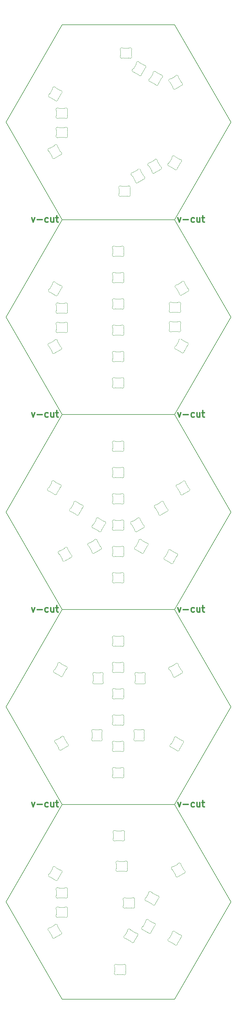
<source format=gbr>
%TF.GenerationSoftware,KiCad,Pcbnew,8.0.8*%
%TF.CreationDate,2025-04-07T12:48:12-04:00*%
%TF.ProjectId,pcb_tile_game_tile_panelized,7063625f-7469-46c6-955f-67616d655f74,rev?*%
%TF.SameCoordinates,Original*%
%TF.FileFunction,Profile,NP*%
%FSLAX46Y46*%
G04 Gerber Fmt 4.6, Leading zero omitted, Abs format (unit mm)*
G04 Created by KiCad (PCBNEW 8.0.8) date 2025-04-07 12:48:12*
%MOMM*%
%LPD*%
G01*
G04 APERTURE LIST*
%ADD10C,0.400000*%
%TA.AperFunction,Profile*%
%ADD11C,0.200000*%
%TD*%
%TA.AperFunction,Profile*%
%ADD12C,0.100000*%
%TD*%
G04 APERTURE END LIST*
D10*
X30608871Y-269401104D02*
X31085061Y-270734438D01*
X31085061Y-270734438D02*
X31561252Y-269401104D01*
X32323157Y-269972533D02*
X33846967Y-269972533D01*
X35656490Y-270639200D02*
X35466014Y-270734438D01*
X35466014Y-270734438D02*
X35085061Y-270734438D01*
X35085061Y-270734438D02*
X34894585Y-270639200D01*
X34894585Y-270639200D02*
X34799347Y-270543961D01*
X34799347Y-270543961D02*
X34704109Y-270353485D01*
X34704109Y-270353485D02*
X34704109Y-269782057D01*
X34704109Y-269782057D02*
X34799347Y-269591580D01*
X34799347Y-269591580D02*
X34894585Y-269496342D01*
X34894585Y-269496342D02*
X35085061Y-269401104D01*
X35085061Y-269401104D02*
X35466014Y-269401104D01*
X35466014Y-269401104D02*
X35656490Y-269496342D01*
X37370776Y-269401104D02*
X37370776Y-270734438D01*
X36513633Y-269401104D02*
X36513633Y-270448723D01*
X36513633Y-270448723D02*
X36608871Y-270639200D01*
X36608871Y-270639200D02*
X36799347Y-270734438D01*
X36799347Y-270734438D02*
X37085062Y-270734438D01*
X37085062Y-270734438D02*
X37275538Y-270639200D01*
X37275538Y-270639200D02*
X37370776Y-270543961D01*
X38037443Y-269401104D02*
X38799347Y-269401104D01*
X38323157Y-268734438D02*
X38323157Y-270448723D01*
X38323157Y-270448723D02*
X38418395Y-270639200D01*
X38418395Y-270639200D02*
X38608871Y-270734438D01*
X38608871Y-270734438D02*
X38799347Y-270734438D01*
X75608871Y-269401104D02*
X76085061Y-270734438D01*
X76085061Y-270734438D02*
X76561252Y-269401104D01*
X77323157Y-269972533D02*
X78846967Y-269972533D01*
X80656490Y-270639200D02*
X80466014Y-270734438D01*
X80466014Y-270734438D02*
X80085061Y-270734438D01*
X80085061Y-270734438D02*
X79894585Y-270639200D01*
X79894585Y-270639200D02*
X79799347Y-270543961D01*
X79799347Y-270543961D02*
X79704109Y-270353485D01*
X79704109Y-270353485D02*
X79704109Y-269782057D01*
X79704109Y-269782057D02*
X79799347Y-269591580D01*
X79799347Y-269591580D02*
X79894585Y-269496342D01*
X79894585Y-269496342D02*
X80085061Y-269401104D01*
X80085061Y-269401104D02*
X80466014Y-269401104D01*
X80466014Y-269401104D02*
X80656490Y-269496342D01*
X82370776Y-269401104D02*
X82370776Y-270734438D01*
X81513633Y-269401104D02*
X81513633Y-270448723D01*
X81513633Y-270448723D02*
X81608871Y-270639200D01*
X81608871Y-270639200D02*
X81799347Y-270734438D01*
X81799347Y-270734438D02*
X82085062Y-270734438D01*
X82085062Y-270734438D02*
X82275538Y-270639200D01*
X82275538Y-270639200D02*
X82370776Y-270543961D01*
X83037443Y-269401104D02*
X83799347Y-269401104D01*
X83323157Y-268734438D02*
X83323157Y-270448723D01*
X83323157Y-270448723D02*
X83418395Y-270639200D01*
X83418395Y-270639200D02*
X83608871Y-270734438D01*
X83608871Y-270734438D02*
X83799347Y-270734438D01*
X30608871Y-209401104D02*
X31085061Y-210734438D01*
X31085061Y-210734438D02*
X31561252Y-209401104D01*
X32323157Y-209972533D02*
X33846967Y-209972533D01*
X35656490Y-210639200D02*
X35466014Y-210734438D01*
X35466014Y-210734438D02*
X35085061Y-210734438D01*
X35085061Y-210734438D02*
X34894585Y-210639200D01*
X34894585Y-210639200D02*
X34799347Y-210543961D01*
X34799347Y-210543961D02*
X34704109Y-210353485D01*
X34704109Y-210353485D02*
X34704109Y-209782057D01*
X34704109Y-209782057D02*
X34799347Y-209591580D01*
X34799347Y-209591580D02*
X34894585Y-209496342D01*
X34894585Y-209496342D02*
X35085061Y-209401104D01*
X35085061Y-209401104D02*
X35466014Y-209401104D01*
X35466014Y-209401104D02*
X35656490Y-209496342D01*
X37370776Y-209401104D02*
X37370776Y-210734438D01*
X36513633Y-209401104D02*
X36513633Y-210448723D01*
X36513633Y-210448723D02*
X36608871Y-210639200D01*
X36608871Y-210639200D02*
X36799347Y-210734438D01*
X36799347Y-210734438D02*
X37085062Y-210734438D01*
X37085062Y-210734438D02*
X37275538Y-210639200D01*
X37275538Y-210639200D02*
X37370776Y-210543961D01*
X38037443Y-209401104D02*
X38799347Y-209401104D01*
X38323157Y-208734438D02*
X38323157Y-210448723D01*
X38323157Y-210448723D02*
X38418395Y-210639200D01*
X38418395Y-210639200D02*
X38608871Y-210734438D01*
X38608871Y-210734438D02*
X38799347Y-210734438D01*
X75608871Y-209401104D02*
X76085061Y-210734438D01*
X76085061Y-210734438D02*
X76561252Y-209401104D01*
X77323157Y-209972533D02*
X78846967Y-209972533D01*
X80656490Y-210639200D02*
X80466014Y-210734438D01*
X80466014Y-210734438D02*
X80085061Y-210734438D01*
X80085061Y-210734438D02*
X79894585Y-210639200D01*
X79894585Y-210639200D02*
X79799347Y-210543961D01*
X79799347Y-210543961D02*
X79704109Y-210353485D01*
X79704109Y-210353485D02*
X79704109Y-209782057D01*
X79704109Y-209782057D02*
X79799347Y-209591580D01*
X79799347Y-209591580D02*
X79894585Y-209496342D01*
X79894585Y-209496342D02*
X80085061Y-209401104D01*
X80085061Y-209401104D02*
X80466014Y-209401104D01*
X80466014Y-209401104D02*
X80656490Y-209496342D01*
X82370776Y-209401104D02*
X82370776Y-210734438D01*
X81513633Y-209401104D02*
X81513633Y-210448723D01*
X81513633Y-210448723D02*
X81608871Y-210639200D01*
X81608871Y-210639200D02*
X81799347Y-210734438D01*
X81799347Y-210734438D02*
X82085062Y-210734438D01*
X82085062Y-210734438D02*
X82275538Y-210639200D01*
X82275538Y-210639200D02*
X82370776Y-210543961D01*
X83037443Y-209401104D02*
X83799347Y-209401104D01*
X83323157Y-208734438D02*
X83323157Y-210448723D01*
X83323157Y-210448723D02*
X83418395Y-210639200D01*
X83418395Y-210639200D02*
X83608871Y-210734438D01*
X83608871Y-210734438D02*
X83799347Y-210734438D01*
X30608871Y-149401104D02*
X31085061Y-150734438D01*
X31085061Y-150734438D02*
X31561252Y-149401104D01*
X32323157Y-149972533D02*
X33846967Y-149972533D01*
X35656490Y-150639200D02*
X35466014Y-150734438D01*
X35466014Y-150734438D02*
X35085061Y-150734438D01*
X35085061Y-150734438D02*
X34894585Y-150639200D01*
X34894585Y-150639200D02*
X34799347Y-150543961D01*
X34799347Y-150543961D02*
X34704109Y-150353485D01*
X34704109Y-150353485D02*
X34704109Y-149782057D01*
X34704109Y-149782057D02*
X34799347Y-149591580D01*
X34799347Y-149591580D02*
X34894585Y-149496342D01*
X34894585Y-149496342D02*
X35085061Y-149401104D01*
X35085061Y-149401104D02*
X35466014Y-149401104D01*
X35466014Y-149401104D02*
X35656490Y-149496342D01*
X37370776Y-149401104D02*
X37370776Y-150734438D01*
X36513633Y-149401104D02*
X36513633Y-150448723D01*
X36513633Y-150448723D02*
X36608871Y-150639200D01*
X36608871Y-150639200D02*
X36799347Y-150734438D01*
X36799347Y-150734438D02*
X37085062Y-150734438D01*
X37085062Y-150734438D02*
X37275538Y-150639200D01*
X37275538Y-150639200D02*
X37370776Y-150543961D01*
X38037443Y-149401104D02*
X38799347Y-149401104D01*
X38323157Y-148734438D02*
X38323157Y-150448723D01*
X38323157Y-150448723D02*
X38418395Y-150639200D01*
X38418395Y-150639200D02*
X38608871Y-150734438D01*
X38608871Y-150734438D02*
X38799347Y-150734438D01*
X75608871Y-149401104D02*
X76085061Y-150734438D01*
X76085061Y-150734438D02*
X76561252Y-149401104D01*
X77323157Y-149972533D02*
X78846967Y-149972533D01*
X80656490Y-150639200D02*
X80466014Y-150734438D01*
X80466014Y-150734438D02*
X80085061Y-150734438D01*
X80085061Y-150734438D02*
X79894585Y-150639200D01*
X79894585Y-150639200D02*
X79799347Y-150543961D01*
X79799347Y-150543961D02*
X79704109Y-150353485D01*
X79704109Y-150353485D02*
X79704109Y-149782057D01*
X79704109Y-149782057D02*
X79799347Y-149591580D01*
X79799347Y-149591580D02*
X79894585Y-149496342D01*
X79894585Y-149496342D02*
X80085061Y-149401104D01*
X80085061Y-149401104D02*
X80466014Y-149401104D01*
X80466014Y-149401104D02*
X80656490Y-149496342D01*
X82370776Y-149401104D02*
X82370776Y-150734438D01*
X81513633Y-149401104D02*
X81513633Y-150448723D01*
X81513633Y-150448723D02*
X81608871Y-150639200D01*
X81608871Y-150639200D02*
X81799347Y-150734438D01*
X81799347Y-150734438D02*
X82085062Y-150734438D01*
X82085062Y-150734438D02*
X82275538Y-150639200D01*
X82275538Y-150639200D02*
X82370776Y-150543961D01*
X83037443Y-149401104D02*
X83799347Y-149401104D01*
X83323157Y-148734438D02*
X83323157Y-150448723D01*
X83323157Y-150448723D02*
X83418395Y-150639200D01*
X83418395Y-150639200D02*
X83608871Y-150734438D01*
X83608871Y-150734438D02*
X83799347Y-150734438D01*
X75608871Y-89401104D02*
X76085061Y-90734438D01*
X76085061Y-90734438D02*
X76561252Y-89401104D01*
X77323157Y-89972533D02*
X78846967Y-89972533D01*
X80656490Y-90639200D02*
X80466014Y-90734438D01*
X80466014Y-90734438D02*
X80085061Y-90734438D01*
X80085061Y-90734438D02*
X79894585Y-90639200D01*
X79894585Y-90639200D02*
X79799347Y-90543961D01*
X79799347Y-90543961D02*
X79704109Y-90353485D01*
X79704109Y-90353485D02*
X79704109Y-89782057D01*
X79704109Y-89782057D02*
X79799347Y-89591580D01*
X79799347Y-89591580D02*
X79894585Y-89496342D01*
X79894585Y-89496342D02*
X80085061Y-89401104D01*
X80085061Y-89401104D02*
X80466014Y-89401104D01*
X80466014Y-89401104D02*
X80656490Y-89496342D01*
X82370776Y-89401104D02*
X82370776Y-90734438D01*
X81513633Y-89401104D02*
X81513633Y-90448723D01*
X81513633Y-90448723D02*
X81608871Y-90639200D01*
X81608871Y-90639200D02*
X81799347Y-90734438D01*
X81799347Y-90734438D02*
X82085062Y-90734438D01*
X82085062Y-90734438D02*
X82275538Y-90639200D01*
X82275538Y-90639200D02*
X82370776Y-90543961D01*
X83037443Y-89401104D02*
X83799347Y-89401104D01*
X83323157Y-88734438D02*
X83323157Y-90448723D01*
X83323157Y-90448723D02*
X83418395Y-90639200D01*
X83418395Y-90639200D02*
X83608871Y-90734438D01*
X83608871Y-90734438D02*
X83799347Y-90734438D01*
D11*
X74701016Y-90000000D02*
X92021524Y-60000000D01*
X92021524Y-60000000D02*
X74701016Y-30000000D01*
X40060000Y-30000000D02*
X22739492Y-60000000D01*
X22739492Y-60000000D02*
X40060000Y-90000000D01*
X74701016Y-30000000D02*
X40060000Y-30000000D01*
X40060000Y-150000000D02*
X74701016Y-150000000D01*
X74701016Y-150000000D02*
X92021524Y-120000000D01*
X92021524Y-120000000D02*
X74701016Y-90000000D01*
X40060000Y-90000000D02*
X22739492Y-120000000D01*
X22739492Y-120000000D02*
X40060000Y-150000000D01*
X74701016Y-90000000D02*
X40060000Y-90000000D01*
X40060000Y-210000000D02*
X74701016Y-210000000D01*
X74701016Y-210000000D02*
X92021524Y-180000000D01*
X92021524Y-180000000D02*
X74701016Y-150000000D01*
X40060000Y-150000000D02*
X22739492Y-180000000D01*
X22739492Y-180000000D02*
X40060000Y-210000000D01*
X40060000Y-270000000D02*
X74701016Y-270000000D01*
X74701016Y-270000000D02*
X92021524Y-240000000D01*
X92021524Y-240000000D02*
X74701016Y-210000000D01*
X40060000Y-210000000D02*
X22739492Y-240000000D01*
X22739492Y-240000000D02*
X40060000Y-270000000D01*
X40060000Y-330000000D02*
X74701016Y-330000000D01*
X74701016Y-330000000D02*
X92021524Y-300000000D01*
X92021524Y-300000000D02*
X74701016Y-270000000D01*
X40060000Y-270000000D02*
X22739492Y-300000000D01*
X22739492Y-300000000D02*
X40060000Y-330000000D01*
D10*
X30608871Y-89401104D02*
X31085061Y-90734438D01*
X31085061Y-90734438D02*
X31561252Y-89401104D01*
X32323157Y-89972533D02*
X33846967Y-89972533D01*
X35656490Y-90639200D02*
X35466014Y-90734438D01*
X35466014Y-90734438D02*
X35085061Y-90734438D01*
X35085061Y-90734438D02*
X34894585Y-90639200D01*
X34894585Y-90639200D02*
X34799347Y-90543961D01*
X34799347Y-90543961D02*
X34704109Y-90353485D01*
X34704109Y-90353485D02*
X34704109Y-89782057D01*
X34704109Y-89782057D02*
X34799347Y-89591580D01*
X34799347Y-89591580D02*
X34894585Y-89496342D01*
X34894585Y-89496342D02*
X35085061Y-89401104D01*
X35085061Y-89401104D02*
X35466014Y-89401104D01*
X35466014Y-89401104D02*
X35656490Y-89496342D01*
X37370776Y-89401104D02*
X37370776Y-90734438D01*
X36513633Y-89401104D02*
X36513633Y-90448723D01*
X36513633Y-90448723D02*
X36608871Y-90639200D01*
X36608871Y-90639200D02*
X36799347Y-90734438D01*
X36799347Y-90734438D02*
X37085062Y-90734438D01*
X37085062Y-90734438D02*
X37275538Y-90639200D01*
X37275538Y-90639200D02*
X37370776Y-90543961D01*
X38037443Y-89401104D02*
X38799347Y-89401104D01*
X38323157Y-88734438D02*
X38323157Y-90448723D01*
X38323157Y-90448723D02*
X38418395Y-90639200D01*
X38418395Y-90639200D02*
X38608871Y-90734438D01*
X38608871Y-90734438D02*
X38799347Y-90734438D01*
D12*
%TO.C,LED2*%
X67161295Y-46431357D02*
X67955747Y-45055325D01*
X68616238Y-48317003D02*
X67398880Y-47614161D01*
X69098879Y-44669677D02*
X70316237Y-45372519D01*
X70553823Y-46555324D02*
X69759371Y-47931356D01*
X67161295Y-46431357D02*
G75*
G02*
X66976017Y-46615669I-433018J250006D01*
G01*
X67186316Y-47548578D02*
G75*
G02*
X66976018Y-46615671I37436J498595D01*
G01*
X67186316Y-47548578D02*
G75*
G02*
X67398880Y-47614159I-37220J-497914D01*
G01*
X68022727Y-44802712D02*
G75*
G02*
X67955747Y-45055324I-500002J-2610D01*
G01*
X68022727Y-44802712D02*
G75*
G02*
X68935800Y-44518382I499994J2610D01*
G01*
X68616238Y-48317003D02*
G75*
G02*
X68779317Y-48468298I-249869J-432870D01*
G01*
X69098879Y-44669677D02*
G75*
G02*
X68935800Y-44518382I249982J432991D01*
G01*
X69692390Y-48183968D02*
G75*
G02*
X68779321Y-48468294I-499989J-2615D01*
G01*
X69692390Y-48183968D02*
G75*
G02*
X69759371Y-47931356I500046J2596D01*
G01*
X70528801Y-45438102D02*
G75*
G02*
X70316238Y-45372519I37433J498586D01*
G01*
X70528801Y-45438102D02*
G75*
G02*
X70739099Y-46371011I-37435J-498596D01*
G01*
X70553823Y-46555324D02*
G75*
G02*
X70739100Y-46371012I433013J-250002D01*
G01*
%TO.C,LED10*%
X38230509Y-63882842D02*
X38230509Y-62477158D01*
X39136055Y-61680001D02*
X40724960Y-61680001D01*
X40724960Y-64680000D02*
X39136056Y-64680000D01*
X41630507Y-62477158D02*
X41630507Y-63882842D01*
X38181024Y-62260280D02*
G75*
G02*
X38230511Y-62477157I-449816J-216724D01*
G01*
X38181024Y-62260280D02*
G75*
G02*
X38883795Y-61611705I450514J216876D01*
G01*
X38230509Y-63882842D02*
G75*
G02*
X38181022Y-64099719I-499701J-62D01*
G01*
X38883797Y-64748299D02*
G75*
G02*
X38181030Y-64099722I-252259J431695D01*
G01*
X38883797Y-64748299D02*
G75*
G02*
X39136056Y-64679999I252261J-431705D01*
G01*
X39136055Y-61680001D02*
G75*
G02*
X38883797Y-61611702I3J500007D01*
G01*
X40724960Y-64680000D02*
G75*
G02*
X40977218Y-64748299I-3J-500009D01*
G01*
X40977219Y-61611701D02*
G75*
G02*
X40724961Y-61680000I-252261J431710D01*
G01*
X40977219Y-61611701D02*
G75*
G02*
X41679992Y-62260280I252258J-431701D01*
G01*
X41630507Y-62477158D02*
G75*
G02*
X41679992Y-62260280I499990J2D01*
G01*
X41679992Y-64099720D02*
G75*
G02*
X40977219Y-64748297I-450515J-216877D01*
G01*
X41679992Y-64099720D02*
G75*
G02*
X41630507Y-63882843I450505J216876D01*
G01*
%TO.C,LED8*%
X72998346Y-72435387D02*
X73792800Y-71059356D01*
X74453290Y-74321035D02*
X73235933Y-73618192D01*
X74935930Y-70673708D02*
X76153290Y-71376549D01*
X76390873Y-72559354D02*
X75596422Y-73935386D01*
X72998346Y-72435387D02*
G75*
G02*
X72813070Y-72619698I-433042J250030D01*
G01*
X73023367Y-73552609D02*
G75*
G02*
X72813070Y-72619701I37439J498596D01*
G01*
X73023367Y-73552609D02*
G75*
G02*
X73235931Y-73618191I-37410J-498524D01*
G01*
X73859778Y-70806744D02*
G75*
G02*
X73792802Y-71059357I-499971J-2626D01*
G01*
X73859778Y-70806744D02*
G75*
G02*
X74772849Y-70522417I499990J2616D01*
G01*
X74453290Y-74321035D02*
G75*
G02*
X74616369Y-74472328I-249946J-432955D01*
G01*
X74935930Y-70673708D02*
G75*
G02*
X74772853Y-70522412I249798J432785D01*
G01*
X75529441Y-74187998D02*
G75*
G02*
X74616369Y-74472328I-499992J-2614D01*
G01*
X75529441Y-74187998D02*
G75*
G02*
X75596423Y-73935387I500014J2603D01*
G01*
X76365856Y-71442133D02*
G75*
G02*
X76153290Y-71376549I37494J498793D01*
G01*
X76365856Y-71442133D02*
G75*
G02*
X76576152Y-72375039I-37439J-498595D01*
G01*
X76390873Y-72559354D02*
G75*
G02*
X76576154Y-72375043I432972J-249967D01*
G01*
%TO.C,LED1*%
X73528878Y-46601720D02*
X74746236Y-45898878D01*
X74085746Y-49160557D02*
X73291293Y-47784525D01*
X75889369Y-46284525D02*
X76683821Y-47660557D01*
X76446235Y-48843362D02*
X75228877Y-49546204D01*
X73106014Y-47600212D02*
G75*
G02*
X73291292Y-47784525I-247741J-434320D01*
G01*
X73106014Y-47600212D02*
G75*
G02*
X73316314Y-46667302I247736J434313D01*
G01*
X73528878Y-46601720D02*
G75*
G02*
X73316314Y-46667303I-249996J433004D01*
G01*
X74085746Y-49160557D02*
G75*
G02*
X74152726Y-49413168I-433021J-250001D01*
G01*
X74909315Y-45747583D02*
G75*
G02*
X74746237Y-45898877I-413062J281696D01*
G01*
X74909315Y-45747583D02*
G75*
G02*
X75822386Y-46031914I413078J-281720D01*
G01*
X75065798Y-49697499D02*
G75*
G02*
X74152728Y-49413168I-413078J281719D01*
G01*
X75065798Y-49697499D02*
G75*
G02*
X75228875Y-49546204I412596J-281190D01*
G01*
X75889369Y-46284525D02*
G75*
G02*
X75822388Y-46031914I433033J250007D01*
G01*
X76446235Y-48843362D02*
G75*
G02*
X76658799Y-48777779I249886J-432652D01*
G01*
X76869099Y-47844870D02*
G75*
G02*
X76658798Y-48777772I-247730J-434310D01*
G01*
X76869099Y-47844870D02*
G75*
G02*
X76683820Y-47660557I247737J434317D01*
G01*
%TO.C,LED3*%
X62008443Y-43456357D02*
X62802895Y-42080325D01*
X63463386Y-45342003D02*
X62246028Y-44639161D01*
X63946027Y-41694677D02*
X65163385Y-42397519D01*
X65400971Y-43580324D02*
X64606519Y-44956356D01*
X62008443Y-43456357D02*
G75*
G02*
X61823165Y-43640669I-433018J250006D01*
G01*
X62033464Y-44573578D02*
G75*
G02*
X61823166Y-43640671I37436J498595D01*
G01*
X62033464Y-44573578D02*
G75*
G02*
X62246028Y-44639159I-37220J-497914D01*
G01*
X62869875Y-41827712D02*
G75*
G02*
X62802895Y-42080324I-500002J-2610D01*
G01*
X62869875Y-41827712D02*
G75*
G02*
X63782948Y-41543382I499994J2610D01*
G01*
X63463386Y-45342003D02*
G75*
G02*
X63626465Y-45493298I-249869J-432870D01*
G01*
X63946027Y-41694677D02*
G75*
G02*
X63782948Y-41543382I249982J432991D01*
G01*
X64539538Y-45208968D02*
G75*
G02*
X63626469Y-45493294I-499989J-2615D01*
G01*
X64539538Y-45208968D02*
G75*
G02*
X64606519Y-44956356I500046J2596D01*
G01*
X65375949Y-42463102D02*
G75*
G02*
X65163386Y-42397519I37433J498586D01*
G01*
X65375949Y-42463102D02*
G75*
G02*
X65586247Y-43396011I-37435J-498596D01*
G01*
X65400971Y-43580324D02*
G75*
G02*
X65586248Y-43396012I433013J-250002D01*
G01*
%TO.C,LED5*%
X57547659Y-81945310D02*
X57547659Y-80539626D01*
X58453206Y-79742470D02*
X60042110Y-79742469D01*
X60042111Y-82742468D02*
X58453205Y-82742468D01*
X60947658Y-80539626D02*
X60947657Y-81945310D01*
X57498175Y-80322748D02*
G75*
G02*
X57547657Y-80539624I-451617J-217124D01*
G01*
X57498175Y-80322748D02*
G75*
G02*
X58200944Y-79674173I450513J216876D01*
G01*
X57547659Y-81945310D02*
G75*
G02*
X57498172Y-82162187I-499701J-62D01*
G01*
X58200947Y-82810767D02*
G75*
G02*
X57498168Y-82162184I-252259J431705D01*
G01*
X58200947Y-82810767D02*
G75*
G02*
X58453205Y-82742469I252251J-431685D01*
G01*
X58453206Y-79742470D02*
G75*
G02*
X58200947Y-79674168I12J500028D01*
G01*
X60042111Y-82742468D02*
G75*
G02*
X60294368Y-82810767I-2J-500001D01*
G01*
X60294370Y-79674168D02*
G75*
G02*
X60042111Y-79742468I-252259J431696D01*
G01*
X60294370Y-79674168D02*
G75*
G02*
X60997142Y-80322749I252254J-431705D01*
G01*
X60947658Y-80539626D02*
G75*
G02*
X60997142Y-80322749I499923J18D01*
G01*
X60997143Y-82162188D02*
G75*
G02*
X60294370Y-82810764I-450515J-216876D01*
G01*
X60997143Y-82162188D02*
G75*
G02*
X60947657Y-81945310I450401J216855D01*
G01*
%TO.C,LED12*%
X36224725Y-51234683D02*
X37019177Y-49858651D01*
X37679668Y-53120329D02*
X36462310Y-52417487D01*
X38162309Y-49473003D02*
X39379667Y-50175845D01*
X39617253Y-51358650D02*
X38822801Y-52734682D01*
X36224725Y-51234683D02*
G75*
G02*
X36039447Y-51418995I-433018J250006D01*
G01*
X36249746Y-52351904D02*
G75*
G02*
X36039448Y-51418997I37436J498595D01*
G01*
X36249746Y-52351904D02*
G75*
G02*
X36462310Y-52417485I-37220J-497914D01*
G01*
X37086157Y-49606038D02*
G75*
G02*
X37019177Y-49858650I-500002J-2610D01*
G01*
X37086157Y-49606038D02*
G75*
G02*
X37999230Y-49321708I499994J2610D01*
G01*
X37679668Y-53120329D02*
G75*
G02*
X37842746Y-53271625I-249797J-432785D01*
G01*
X38162309Y-49473003D02*
G75*
G02*
X37999230Y-49321708I249982J432991D01*
G01*
X38755820Y-52987294D02*
G75*
G02*
X37842751Y-53271620I-499989J-2615D01*
G01*
X38755820Y-52987294D02*
G75*
G02*
X38822801Y-52734682I500046J2596D01*
G01*
X39592231Y-50241428D02*
G75*
G02*
X39379668Y-50175845I37433J498586D01*
G01*
X39592231Y-50241428D02*
G75*
G02*
X39802529Y-51174337I-37435J-498596D01*
G01*
X39617253Y-51358650D02*
G75*
G02*
X39802530Y-51174338I433013J-250002D01*
G01*
%TO.C,LED6*%
X61918497Y-75427513D02*
X63135855Y-74724671D01*
X62475363Y-77986350D02*
X61680911Y-76610318D01*
X64278986Y-75110318D02*
X65073439Y-76486350D01*
X64835854Y-77669155D02*
X63618496Y-78371997D01*
X61495633Y-76426005D02*
G75*
G02*
X61680912Y-76610318I-247737J-434317D01*
G01*
X61495633Y-76426005D02*
G75*
G02*
X61705934Y-75493103I247730J434310D01*
G01*
X61918497Y-75427513D02*
G75*
G02*
X61705933Y-75493096I-249886J432652D01*
G01*
X62475363Y-77986350D02*
G75*
G02*
X62542344Y-78238961I-433033J-250007D01*
G01*
X63298934Y-74573376D02*
G75*
G02*
X63135857Y-74724671I-412596J281190D01*
G01*
X63298934Y-74573376D02*
G75*
G02*
X64212004Y-74857707I413078J-281719D01*
G01*
X63455417Y-78523292D02*
G75*
G02*
X62542346Y-78238961I-413078J281720D01*
G01*
X63455417Y-78523292D02*
G75*
G02*
X63618495Y-78371998I413062J-281696D01*
G01*
X64278986Y-75110318D02*
G75*
G02*
X64212006Y-74857707I433021J250001D01*
G01*
X64835854Y-77669155D02*
G75*
G02*
X65048418Y-77603572I249996J-433004D01*
G01*
X65258718Y-76670663D02*
G75*
G02*
X65048418Y-77603573I-247736J-434313D01*
G01*
X65258718Y-76670663D02*
G75*
G02*
X65073440Y-76486350I247741J434320D01*
G01*
%TO.C,LED9*%
X36322310Y-67942513D02*
X37539668Y-67239671D01*
X36879177Y-70501350D02*
X36084724Y-69125319D01*
X38682799Y-67625318D02*
X39477252Y-69001350D01*
X39239667Y-70184155D02*
X38022309Y-70886997D01*
X35899446Y-68941005D02*
G75*
G02*
X36084724Y-69125319I-247695J-434270D01*
G01*
X35899446Y-68941005D02*
G75*
G02*
X36109747Y-68008103I247730J434310D01*
G01*
X36322310Y-67942513D02*
G75*
G02*
X36109745Y-68008094I-249904J432723D01*
G01*
X36879177Y-70501350D02*
G75*
G02*
X36946157Y-70753961I-433015J-249999D01*
G01*
X37702747Y-67088377D02*
G75*
G02*
X37539670Y-67239672I-412596J281191D01*
G01*
X37702747Y-67088377D02*
G75*
G02*
X38615817Y-67372707I413078J-281718D01*
G01*
X37859230Y-71038292D02*
G75*
G02*
X36946159Y-70753961I-413078J281720D01*
G01*
X37859230Y-71038292D02*
G75*
G02*
X38022308Y-70886998I413062J-281696D01*
G01*
X38682799Y-67625318D02*
G75*
G02*
X38615819Y-67372707I433021J250001D01*
G01*
X39239667Y-70184155D02*
G75*
G02*
X39452232Y-70118572I249966J-432912D01*
G01*
X39662531Y-69185663D02*
G75*
G02*
X39452232Y-70118573I-247735J-434313D01*
G01*
X39662531Y-69185663D02*
G75*
G02*
X39477253Y-69001350I247741J434320D01*
G01*
%TO.C,LED4*%
X57990605Y-39420478D02*
X57990605Y-38014794D01*
X58896151Y-37217637D02*
X60485056Y-37217637D01*
X60485056Y-40217636D02*
X58896152Y-40217636D01*
X61390603Y-38014794D02*
X61390603Y-39420478D01*
X57941120Y-37797916D02*
G75*
G02*
X57990607Y-38014793I-449816J-216724D01*
G01*
X57941120Y-37797916D02*
G75*
G02*
X58643891Y-37149341I450514J216876D01*
G01*
X57990605Y-39420478D02*
G75*
G02*
X57941118Y-39637355I-499701J-62D01*
G01*
X58643893Y-40285935D02*
G75*
G02*
X57941126Y-39637358I-252259J431695D01*
G01*
X58643893Y-40285935D02*
G75*
G02*
X58896152Y-40217635I252261J-431705D01*
G01*
X58896151Y-37217637D02*
G75*
G02*
X58643893Y-37149338I3J500007D01*
G01*
X60485056Y-40217636D02*
G75*
G02*
X60737314Y-40285935I-3J-500009D01*
G01*
X60737315Y-37149337D02*
G75*
G02*
X60485057Y-37217636I-252261J431710D01*
G01*
X60737315Y-37149337D02*
G75*
G02*
X61440088Y-37797916I252258J-431701D01*
G01*
X61390603Y-38014794D02*
G75*
G02*
X61440088Y-37797916I499990J2D01*
G01*
X61440088Y-39637356D02*
G75*
G02*
X60737315Y-40285933I-450515J-216877D01*
G01*
X61440088Y-39637356D02*
G75*
G02*
X61390603Y-39420479I450505J216876D01*
G01*
%TO.C,LED7*%
X67071349Y-72452513D02*
X68288707Y-71749671D01*
X67628215Y-75011350D02*
X66833763Y-73635318D01*
X69431838Y-72135318D02*
X70226291Y-73511350D01*
X69988706Y-74694155D02*
X68771348Y-75396997D01*
X66648485Y-73451005D02*
G75*
G02*
X66833764Y-73635318I-247737J-434317D01*
G01*
X66648485Y-73451005D02*
G75*
G02*
X66858786Y-72518103I247730J434310D01*
G01*
X67071349Y-72452513D02*
G75*
G02*
X66858785Y-72518096I-249886J432652D01*
G01*
X67628215Y-75011350D02*
G75*
G02*
X67695196Y-75263961I-433033J-250007D01*
G01*
X68451786Y-71598376D02*
G75*
G02*
X68288709Y-71749671I-412596J281190D01*
G01*
X68451786Y-71598376D02*
G75*
G02*
X69364856Y-71882707I413078J-281719D01*
G01*
X68608269Y-75548292D02*
G75*
G02*
X67695198Y-75263961I-413078J281720D01*
G01*
X68608269Y-75548292D02*
G75*
G02*
X68771347Y-75396998I413062J-281696D01*
G01*
X69431838Y-72135318D02*
G75*
G02*
X69364858Y-71882707I433021J250001D01*
G01*
X69988706Y-74694155D02*
G75*
G02*
X70201270Y-74628572I249996J-433004D01*
G01*
X70411570Y-73695663D02*
G75*
G02*
X70201270Y-74628573I-247736J-434313D01*
G01*
X70411570Y-73695663D02*
G75*
G02*
X70226292Y-73511350I247741J434320D01*
G01*
%TO.C,LED11*%
X38230509Y-57942842D02*
X38230509Y-56537158D01*
X39136055Y-55740001D02*
X40724960Y-55740001D01*
X40724960Y-58740000D02*
X39136056Y-58740000D01*
X41630507Y-56537158D02*
X41630507Y-57942842D01*
X38181024Y-56320280D02*
G75*
G02*
X38230511Y-56537157I-449816J-216724D01*
G01*
X38181024Y-56320280D02*
G75*
G02*
X38883795Y-55671705I450514J216876D01*
G01*
X38230509Y-57942842D02*
G75*
G02*
X38181022Y-58159719I-499701J-62D01*
G01*
X38883797Y-58808299D02*
G75*
G02*
X38181030Y-58159722I-252259J431695D01*
G01*
X38883797Y-58808299D02*
G75*
G02*
X39136056Y-58739999I252261J-431705D01*
G01*
X39136055Y-55740001D02*
G75*
G02*
X38883797Y-55671702I3J500007D01*
G01*
X40724960Y-58740000D02*
G75*
G02*
X40977218Y-58808299I-3J-500009D01*
G01*
X40977219Y-55671701D02*
G75*
G02*
X40724961Y-55740000I-252261J431710D01*
G01*
X40977219Y-55671701D02*
G75*
G02*
X41679992Y-56320280I252258J-431701D01*
G01*
X41630507Y-56537158D02*
G75*
G02*
X41679992Y-56320280I499990J2D01*
G01*
X41679992Y-58159720D02*
G75*
G02*
X40977219Y-58808297I-450515J-216877D01*
G01*
X41679992Y-58159720D02*
G75*
G02*
X41630507Y-57942843I450505J216876D01*
G01*
%TO.C,LED2*%
X55580509Y-132852842D02*
X55580509Y-131447158D01*
X56486055Y-130650001D02*
X58074960Y-130650001D01*
X58074960Y-133650000D02*
X56486056Y-133650000D01*
X58980507Y-131447158D02*
X58980507Y-132852842D01*
X55531024Y-131230280D02*
G75*
G02*
X55580511Y-131447157I-449816J-216724D01*
G01*
X55531024Y-131230280D02*
G75*
G02*
X56233795Y-130581705I450514J216876D01*
G01*
X55580509Y-132852842D02*
G75*
G02*
X55531022Y-133069719I-499701J-62D01*
G01*
X56233797Y-133718299D02*
G75*
G02*
X55531030Y-133069722I-252259J431695D01*
G01*
X56233797Y-133718299D02*
G75*
G02*
X56486056Y-133649999I252261J-431705D01*
G01*
X56486055Y-130650001D02*
G75*
G02*
X56233797Y-130581702I3J500007D01*
G01*
X58074960Y-133650000D02*
G75*
G02*
X58327218Y-133718299I-3J-500009D01*
G01*
X58327219Y-130581701D02*
G75*
G02*
X58074961Y-130650000I-252261J431710D01*
G01*
X58327219Y-130581701D02*
G75*
G02*
X59029992Y-131230280I252258J-431701D01*
G01*
X58980507Y-131447158D02*
G75*
G02*
X59029992Y-131230280I499990J2D01*
G01*
X59029992Y-133069720D02*
G75*
G02*
X58327219Y-133718297I-450515J-216877D01*
G01*
X59029992Y-133069720D02*
G75*
G02*
X58980507Y-132852843I450505J216876D01*
G01*
%TO.C,LED12*%
X38230509Y-123882842D02*
X38230509Y-122477158D01*
X39136055Y-121680001D02*
X40724960Y-121680001D01*
X40724960Y-124680000D02*
X39136056Y-124680000D01*
X41630507Y-122477158D02*
X41630507Y-123882842D01*
X38181024Y-122260280D02*
G75*
G02*
X38230511Y-122477157I-449816J-216724D01*
G01*
X38181024Y-122260280D02*
G75*
G02*
X38883795Y-121611705I450514J216876D01*
G01*
X38230509Y-123882842D02*
G75*
G02*
X38181022Y-124099719I-499701J-62D01*
G01*
X38883797Y-124748299D02*
G75*
G02*
X38181030Y-124099722I-252259J431695D01*
G01*
X38883797Y-124748299D02*
G75*
G02*
X39136056Y-124679999I252261J-431705D01*
G01*
X39136055Y-121680001D02*
G75*
G02*
X38883797Y-121611702I3J500007D01*
G01*
X40724960Y-124680000D02*
G75*
G02*
X40977218Y-124748299I-3J-500009D01*
G01*
X40977219Y-121611701D02*
G75*
G02*
X40724961Y-121680000I-252261J431710D01*
G01*
X40977219Y-121611701D02*
G75*
G02*
X41679992Y-122260280I252258J-431701D01*
G01*
X41630507Y-122477158D02*
G75*
G02*
X41679992Y-122260280I499990J2D01*
G01*
X41679992Y-124099720D02*
G75*
G02*
X40977219Y-124748297I-450515J-216877D01*
G01*
X41679992Y-124099720D02*
G75*
G02*
X41630507Y-123882843I450505J216876D01*
G01*
%TO.C,LED10*%
X75472310Y-110002513D02*
X76689668Y-109299669D01*
X76029177Y-112561349D02*
X75234726Y-111185316D01*
X77832799Y-109685318D02*
X78627252Y-111061349D01*
X78389668Y-112244155D02*
X77172309Y-112946995D01*
X75049446Y-111001006D02*
G75*
G02*
X75234725Y-111185317I-247728J-434310D01*
G01*
X75049446Y-111001006D02*
G75*
G02*
X75259747Y-110068100I247730J434312D01*
G01*
X75472310Y-110002513D02*
G75*
G02*
X75259745Y-110068094I-249904J432724D01*
G01*
X76029177Y-112561349D02*
G75*
G02*
X76096158Y-112813959I-433054J-250011D01*
G01*
X76852748Y-109148373D02*
G75*
G02*
X76689669Y-109299668I-413220J281867D01*
G01*
X76852748Y-109148373D02*
G75*
G02*
X77765818Y-109432704I413077J-281721D01*
G01*
X77009230Y-113098291D02*
G75*
G02*
X76096159Y-112813960I-413078J281720D01*
G01*
X77009230Y-113098291D02*
G75*
G02*
X77172308Y-112946997I413062J-281696D01*
G01*
X77832799Y-109685318D02*
G75*
G02*
X77765822Y-109432704I432964J249981D01*
G01*
X78389668Y-112244155D02*
G75*
G02*
X78602231Y-112178571I250000J-433012D01*
G01*
X78812530Y-111245662D02*
G75*
G02*
X78602231Y-112178570I-247731J-434313D01*
G01*
X78812530Y-111245662D02*
G75*
G02*
X78627253Y-111061349I247752J434326D01*
G01*
%TO.C,LED5*%
X55580509Y-108552842D02*
X55580509Y-107147158D01*
X56486055Y-106350001D02*
X58074960Y-106350001D01*
X58074960Y-109350000D02*
X56486056Y-109350000D01*
X58980507Y-107147158D02*
X58980507Y-108552842D01*
X55531024Y-106930280D02*
G75*
G02*
X55580511Y-107147157I-449816J-216724D01*
G01*
X55531024Y-106930280D02*
G75*
G02*
X56233795Y-106281705I450514J216876D01*
G01*
X55580509Y-108552842D02*
G75*
G02*
X55531022Y-108769719I-499701J-62D01*
G01*
X56233797Y-109418299D02*
G75*
G02*
X55531030Y-108769722I-252259J431695D01*
G01*
X56233797Y-109418299D02*
G75*
G02*
X56486056Y-109349999I252261J-431705D01*
G01*
X56486055Y-106350001D02*
G75*
G02*
X56233797Y-106281702I3J500007D01*
G01*
X58074960Y-109350000D02*
G75*
G02*
X58327218Y-109418299I-3J-500009D01*
G01*
X58327219Y-106281701D02*
G75*
G02*
X58074961Y-106350000I-252261J431710D01*
G01*
X58327219Y-106281701D02*
G75*
G02*
X59029992Y-106930280I252258J-431701D01*
G01*
X58980507Y-107147158D02*
G75*
G02*
X59029992Y-106930280I499990J2D01*
G01*
X59029992Y-108769720D02*
G75*
G02*
X58327219Y-109418297I-450515J-216877D01*
G01*
X59029992Y-108769720D02*
G75*
G02*
X58980507Y-108552843I450505J216876D01*
G01*
%TO.C,LED1*%
X55580509Y-140952842D02*
X55580509Y-139547158D01*
X56486055Y-138750001D02*
X58074960Y-138750001D01*
X58074960Y-141750000D02*
X56486056Y-141750000D01*
X58980507Y-139547158D02*
X58980507Y-140952842D01*
X55531024Y-139330280D02*
G75*
G02*
X55580511Y-139547157I-449816J-216724D01*
G01*
X55531024Y-139330280D02*
G75*
G02*
X56233795Y-138681705I450514J216876D01*
G01*
X55580509Y-140952842D02*
G75*
G02*
X55531022Y-141169719I-499701J-62D01*
G01*
X56233797Y-141818299D02*
G75*
G02*
X55531030Y-141169722I-252259J431695D01*
G01*
X56233797Y-141818299D02*
G75*
G02*
X56486056Y-141749999I252261J-431705D01*
G01*
X56486055Y-138750001D02*
G75*
G02*
X56233797Y-138681702I3J500007D01*
G01*
X58074960Y-141750000D02*
G75*
G02*
X58327218Y-141818299I-3J-500009D01*
G01*
X58327219Y-138681701D02*
G75*
G02*
X58074961Y-138750000I-252261J431710D01*
G01*
X58327219Y-138681701D02*
G75*
G02*
X59029992Y-139330280I252258J-431701D01*
G01*
X58980507Y-139547158D02*
G75*
G02*
X59029992Y-139330280I499990J2D01*
G01*
X59029992Y-141169720D02*
G75*
G02*
X58327219Y-141818297I-450515J-216877D01*
G01*
X59029992Y-141169720D02*
G75*
G02*
X58980507Y-140952843I450505J216876D01*
G01*
%TO.C,LED3*%
X55580509Y-124752842D02*
X55580509Y-123347158D01*
X56486055Y-122550001D02*
X58074960Y-122550001D01*
X58074960Y-125550000D02*
X56486056Y-125550000D01*
X58980507Y-123347158D02*
X58980507Y-124752842D01*
X55531024Y-123130280D02*
G75*
G02*
X55580511Y-123347157I-449816J-216724D01*
G01*
X55531024Y-123130280D02*
G75*
G02*
X56233795Y-122481705I450514J216876D01*
G01*
X55580509Y-124752842D02*
G75*
G02*
X55531022Y-124969719I-499701J-62D01*
G01*
X56233797Y-125618299D02*
G75*
G02*
X55531030Y-124969722I-252259J431695D01*
G01*
X56233797Y-125618299D02*
G75*
G02*
X56486056Y-125549999I252261J-431705D01*
G01*
X56486055Y-122550001D02*
G75*
G02*
X56233797Y-122481702I3J500007D01*
G01*
X58074960Y-125550000D02*
G75*
G02*
X58327218Y-125618299I-3J-500009D01*
G01*
X58327219Y-122481701D02*
G75*
G02*
X58074961Y-122550000I-252261J431710D01*
G01*
X58327219Y-122481701D02*
G75*
G02*
X59029992Y-123130280I252258J-431701D01*
G01*
X58980507Y-123347158D02*
G75*
G02*
X59029992Y-123130280I499990J2D01*
G01*
X59029992Y-124969720D02*
G75*
G02*
X58327219Y-125618297I-450515J-216877D01*
G01*
X59029992Y-124969720D02*
G75*
G02*
X58980507Y-124752843I450505J216876D01*
G01*
%TO.C,LED7*%
X75084726Y-128811351D02*
X75879177Y-127435319D01*
X76539668Y-130696997D02*
X75322310Y-129994155D01*
X77022309Y-127049670D02*
X78239667Y-127752513D01*
X78477253Y-128935318D02*
X77682800Y-130311350D01*
X75084726Y-128811351D02*
G75*
G02*
X74899446Y-128995662I-433031J250025D01*
G01*
X75109746Y-129928571D02*
G75*
G02*
X74899448Y-128995667I37436J498594D01*
G01*
X75109746Y-129928571D02*
G75*
G02*
X75322301Y-129994168I-37710J-499364D01*
G01*
X75946157Y-127182705D02*
G75*
G02*
X75879177Y-127435318I-499997J-2612D01*
G01*
X75946157Y-127182705D02*
G75*
G02*
X76859230Y-126898377I499995J2605D01*
G01*
X76539668Y-130696997D02*
G75*
G02*
X76702746Y-130848293I-249797J-432785D01*
G01*
X77022309Y-127049670D02*
G75*
G02*
X76859230Y-126898377I249946J432955D01*
G01*
X77615820Y-130563962D02*
G75*
G02*
X76702751Y-130848288I-499989J-2615D01*
G01*
X77615820Y-130563962D02*
G75*
G02*
X77682800Y-130311350I499998J2612D01*
G01*
X78452232Y-127818096D02*
G75*
G02*
X78239667Y-127752513I37387J498449D01*
G01*
X78452232Y-127818096D02*
G75*
G02*
X78662529Y-128751003I-37436J-498595D01*
G01*
X78477253Y-128935318D02*
G75*
G02*
X78662530Y-128751006I433013J-250002D01*
G01*
%TO.C,LED14*%
X36224725Y-111234683D02*
X37019177Y-109858651D01*
X37679668Y-113120329D02*
X36462310Y-112417487D01*
X38162309Y-109473003D02*
X39379667Y-110175845D01*
X39617253Y-111358650D02*
X38822801Y-112734682D01*
X36224725Y-111234683D02*
G75*
G02*
X36039447Y-111418995I-433018J250006D01*
G01*
X36249746Y-112351904D02*
G75*
G02*
X36039448Y-111418997I37436J498595D01*
G01*
X36249746Y-112351904D02*
G75*
G02*
X36462310Y-112417485I-37220J-497914D01*
G01*
X37086157Y-109606038D02*
G75*
G02*
X37019177Y-109858650I-500002J-2610D01*
G01*
X37086157Y-109606038D02*
G75*
G02*
X37999230Y-109321708I499994J2610D01*
G01*
X37679668Y-113120329D02*
G75*
G02*
X37842746Y-113271625I-249797J-432785D01*
G01*
X38162309Y-109473003D02*
G75*
G02*
X37999230Y-109321708I249982J432991D01*
G01*
X38755820Y-112987294D02*
G75*
G02*
X37842751Y-113271620I-499989J-2615D01*
G01*
X38755820Y-112987294D02*
G75*
G02*
X38822801Y-112734682I500046J2596D01*
G01*
X39592231Y-110241428D02*
G75*
G02*
X39379668Y-110175845I37433J498586D01*
G01*
X39592231Y-110241428D02*
G75*
G02*
X39802529Y-111174337I-37435J-498596D01*
G01*
X39617253Y-111358650D02*
G75*
G02*
X39802530Y-111174338I433013J-250002D01*
G01*
%TO.C,LED8*%
X73080509Y-123652842D02*
X73080509Y-122247158D01*
X73986055Y-121450001D02*
X75574960Y-121450001D01*
X75574960Y-124450000D02*
X73986056Y-124450000D01*
X76480507Y-122247158D02*
X76480507Y-123652842D01*
X73031024Y-122030280D02*
G75*
G02*
X73080511Y-122247157I-449816J-216724D01*
G01*
X73031024Y-122030280D02*
G75*
G02*
X73733795Y-121381705I450514J216876D01*
G01*
X73080509Y-123652842D02*
G75*
G02*
X73031022Y-123869719I-499701J-62D01*
G01*
X73733797Y-124518299D02*
G75*
G02*
X73031030Y-123869722I-252259J431695D01*
G01*
X73733797Y-124518299D02*
G75*
G02*
X73986056Y-124449999I252261J-431705D01*
G01*
X73986055Y-121450001D02*
G75*
G02*
X73733797Y-121381702I3J500007D01*
G01*
X75574960Y-124450000D02*
G75*
G02*
X75827218Y-124518299I-3J-500009D01*
G01*
X75827219Y-121381701D02*
G75*
G02*
X75574961Y-121450000I-252261J431710D01*
G01*
X75827219Y-121381701D02*
G75*
G02*
X76529992Y-122030280I252258J-431701D01*
G01*
X76480507Y-122247158D02*
G75*
G02*
X76529992Y-122030280I499990J2D01*
G01*
X76529992Y-123869720D02*
G75*
G02*
X75827219Y-124518297I-450515J-216877D01*
G01*
X76529992Y-123869720D02*
G75*
G02*
X76480507Y-123652843I450505J216876D01*
G01*
%TO.C,LED11*%
X36322310Y-127942513D02*
X37539668Y-127239671D01*
X36879177Y-130501350D02*
X36084724Y-129125319D01*
X38682799Y-127625318D02*
X39477252Y-129001350D01*
X39239667Y-130184155D02*
X38022309Y-130886997D01*
X35899446Y-128941005D02*
G75*
G02*
X36084724Y-129125319I-247695J-434270D01*
G01*
X35899446Y-128941005D02*
G75*
G02*
X36109747Y-128008103I247730J434310D01*
G01*
X36322310Y-127942513D02*
G75*
G02*
X36109745Y-128008094I-249904J432723D01*
G01*
X36879177Y-130501350D02*
G75*
G02*
X36946157Y-130753961I-433015J-249999D01*
G01*
X37702747Y-127088377D02*
G75*
G02*
X37539670Y-127239672I-412596J281191D01*
G01*
X37702747Y-127088377D02*
G75*
G02*
X38615817Y-127372707I413078J-281718D01*
G01*
X37859230Y-131038292D02*
G75*
G02*
X36946159Y-130753961I-413078J281720D01*
G01*
X37859230Y-131038292D02*
G75*
G02*
X38022308Y-130886998I413062J-281696D01*
G01*
X38682799Y-127625318D02*
G75*
G02*
X38615819Y-127372707I433021J250001D01*
G01*
X39239667Y-130184155D02*
G75*
G02*
X39452232Y-130118572I249966J-432912D01*
G01*
X39662531Y-129185663D02*
G75*
G02*
X39452232Y-130118573I-247735J-434313D01*
G01*
X39662531Y-129185663D02*
G75*
G02*
X39477253Y-129001350I247741J434320D01*
G01*
%TO.C,LED4*%
X55580509Y-116652842D02*
X55580509Y-115247158D01*
X56486055Y-114450001D02*
X58074960Y-114450001D01*
X58074960Y-117450000D02*
X56486056Y-117450000D01*
X58980507Y-115247158D02*
X58980507Y-116652842D01*
X55531024Y-115030280D02*
G75*
G02*
X55580511Y-115247157I-449816J-216724D01*
G01*
X55531024Y-115030280D02*
G75*
G02*
X56233795Y-114381705I450514J216876D01*
G01*
X55580509Y-116652842D02*
G75*
G02*
X55531022Y-116869719I-499701J-62D01*
G01*
X56233797Y-117518299D02*
G75*
G02*
X55531030Y-116869722I-252259J431695D01*
G01*
X56233797Y-117518299D02*
G75*
G02*
X56486056Y-117449999I252261J-431705D01*
G01*
X56486055Y-114450001D02*
G75*
G02*
X56233797Y-114381702I3J500007D01*
G01*
X58074960Y-117450000D02*
G75*
G02*
X58327218Y-117518299I-3J-500009D01*
G01*
X58327219Y-114381701D02*
G75*
G02*
X58074961Y-114450000I-252261J431710D01*
G01*
X58327219Y-114381701D02*
G75*
G02*
X59029992Y-115030280I252258J-431701D01*
G01*
X58980507Y-115247158D02*
G75*
G02*
X59029992Y-115030280I499990J2D01*
G01*
X59029992Y-116869720D02*
G75*
G02*
X58327219Y-117518297I-450515J-216877D01*
G01*
X59029992Y-116869720D02*
G75*
G02*
X58980507Y-116652843I450505J216876D01*
G01*
%TO.C,LED6*%
X55580509Y-100452842D02*
X55580509Y-99047158D01*
X56486055Y-98250001D02*
X58074960Y-98250001D01*
X58074960Y-101250000D02*
X56486056Y-101250000D01*
X58980507Y-99047158D02*
X58980507Y-100452842D01*
X55531024Y-98830280D02*
G75*
G02*
X55580511Y-99047157I-449816J-216724D01*
G01*
X55531024Y-98830280D02*
G75*
G02*
X56233795Y-98181705I450514J216876D01*
G01*
X55580509Y-100452842D02*
G75*
G02*
X55531022Y-100669719I-499701J-62D01*
G01*
X56233797Y-101318299D02*
G75*
G02*
X55531030Y-100669722I-252259J431695D01*
G01*
X56233797Y-101318299D02*
G75*
G02*
X56486056Y-101249999I252261J-431705D01*
G01*
X56486055Y-98250001D02*
G75*
G02*
X56233797Y-98181702I3J500007D01*
G01*
X58074960Y-101250000D02*
G75*
G02*
X58327218Y-101318299I-3J-500009D01*
G01*
X58327219Y-98181701D02*
G75*
G02*
X58074961Y-98250000I-252261J431710D01*
G01*
X58327219Y-98181701D02*
G75*
G02*
X59029992Y-98830280I252258J-431701D01*
G01*
X58980507Y-99047158D02*
G75*
G02*
X59029992Y-98830280I499990J2D01*
G01*
X59029992Y-100669720D02*
G75*
G02*
X58327219Y-101318297I-450515J-216877D01*
G01*
X59029992Y-100669720D02*
G75*
G02*
X58980507Y-100452843I450505J216876D01*
G01*
%TO.C,LED9*%
X73080509Y-117702842D02*
X73080509Y-116297158D01*
X73986055Y-115500001D02*
X75574960Y-115500001D01*
X75574960Y-118500000D02*
X73986056Y-118500000D01*
X76480507Y-116297158D02*
X76480507Y-117702842D01*
X73031024Y-116080280D02*
G75*
G02*
X73080511Y-116297157I-449816J-216724D01*
G01*
X73031024Y-116080280D02*
G75*
G02*
X73733795Y-115431705I450514J216876D01*
G01*
X73080509Y-117702842D02*
G75*
G02*
X73031022Y-117919719I-499701J-62D01*
G01*
X73733797Y-118568299D02*
G75*
G02*
X73031030Y-117919722I-252259J431695D01*
G01*
X73733797Y-118568299D02*
G75*
G02*
X73986056Y-118499999I252261J-431705D01*
G01*
X73986055Y-115500001D02*
G75*
G02*
X73733797Y-115431702I3J500007D01*
G01*
X75574960Y-118500000D02*
G75*
G02*
X75827218Y-118568299I-3J-500009D01*
G01*
X75827219Y-115431701D02*
G75*
G02*
X75574961Y-115500000I-252261J431710D01*
G01*
X75827219Y-115431701D02*
G75*
G02*
X76529992Y-116080280I252258J-431701D01*
G01*
X76480507Y-116297158D02*
G75*
G02*
X76529992Y-116080280I499990J2D01*
G01*
X76529992Y-117919720D02*
G75*
G02*
X75827219Y-118568297I-450515J-216877D01*
G01*
X76529992Y-117919720D02*
G75*
G02*
X76480507Y-117702843I450505J216876D01*
G01*
%TO.C,LED13*%
X38230509Y-117942842D02*
X38230509Y-116537158D01*
X39136055Y-115740001D02*
X40724960Y-115740001D01*
X40724960Y-118740000D02*
X39136056Y-118740000D01*
X41630507Y-116537158D02*
X41630507Y-117942842D01*
X38181024Y-116320280D02*
G75*
G02*
X38230511Y-116537157I-449816J-216724D01*
G01*
X38181024Y-116320280D02*
G75*
G02*
X38883795Y-115671705I450514J216876D01*
G01*
X38230509Y-117942842D02*
G75*
G02*
X38181022Y-118159719I-499701J-62D01*
G01*
X38883797Y-118808299D02*
G75*
G02*
X38181030Y-118159722I-252259J431695D01*
G01*
X38883797Y-118808299D02*
G75*
G02*
X39136056Y-118739999I252261J-431705D01*
G01*
X39136055Y-115740001D02*
G75*
G02*
X38883797Y-115671702I3J500007D01*
G01*
X40724960Y-118740000D02*
G75*
G02*
X40977218Y-118808299I-3J-500009D01*
G01*
X40977219Y-115671701D02*
G75*
G02*
X40724961Y-115740000I-252261J431710D01*
G01*
X40977219Y-115671701D02*
G75*
G02*
X41679992Y-116320280I252258J-431701D01*
G01*
X41630507Y-116537158D02*
G75*
G02*
X41679992Y-116320280I499990J2D01*
G01*
X41679992Y-118159720D02*
G75*
G02*
X40977219Y-118808297I-450515J-216877D01*
G01*
X41679992Y-118159720D02*
G75*
G02*
X41630507Y-117942843I450505J216876D01*
G01*
%TO.C,LED4*%
X55580509Y-184752842D02*
X55580509Y-183347158D01*
X56486055Y-182550001D02*
X58074960Y-182550001D01*
X58074960Y-185550000D02*
X56486056Y-185550000D01*
X58980507Y-183347158D02*
X58980507Y-184752842D01*
X55531024Y-183130280D02*
G75*
G02*
X55580511Y-183347157I-449816J-216724D01*
G01*
X55531024Y-183130280D02*
G75*
G02*
X56233795Y-182481705I450514J216876D01*
G01*
X55580509Y-184752842D02*
G75*
G02*
X55531031Y-184969723I-499801J-62D01*
G01*
X56233797Y-185618299D02*
G75*
G02*
X55531018Y-184969716I-252259J431705D01*
G01*
X56233797Y-185618299D02*
G75*
G02*
X56486056Y-185550001I252251J-431685D01*
G01*
X56486055Y-182550001D02*
G75*
G02*
X56233797Y-182481702I3J500007D01*
G01*
X58074960Y-185550000D02*
G75*
G02*
X58327218Y-185618299I-3J-500009D01*
G01*
X58327219Y-182481701D02*
G75*
G02*
X58074961Y-182550000I-252261J431710D01*
G01*
X58327219Y-182481701D02*
G75*
G02*
X59029992Y-183130280I252258J-431701D01*
G01*
X58980507Y-183347158D02*
G75*
G02*
X59029992Y-183130280I499990J2D01*
G01*
X59029992Y-184969720D02*
G75*
G02*
X58327219Y-185618297I-450515J-216877D01*
G01*
X59029992Y-184969720D02*
G75*
G02*
X58980507Y-184752843I450505J216876D01*
G01*
%TO.C,LED3*%
X55580509Y-176652842D02*
X55580509Y-175247158D01*
X56486055Y-174450001D02*
X58074960Y-174450001D01*
X58074960Y-177450000D02*
X56486056Y-177450000D01*
X58980507Y-175247158D02*
X58980507Y-176652842D01*
X55531024Y-175030280D02*
G75*
G02*
X55580511Y-175247157I-449816J-216724D01*
G01*
X55531024Y-175030280D02*
G75*
G02*
X56233795Y-174381705I450514J216876D01*
G01*
X55580509Y-176652842D02*
G75*
G02*
X55531031Y-176869723I-499801J-62D01*
G01*
X56233797Y-177518299D02*
G75*
G02*
X55531018Y-176869716I-252259J431705D01*
G01*
X56233797Y-177518299D02*
G75*
G02*
X56486056Y-177450001I252251J-431685D01*
G01*
X56486055Y-174450001D02*
G75*
G02*
X56233797Y-174381702I3J500007D01*
G01*
X58074960Y-177450000D02*
G75*
G02*
X58327218Y-177518299I-3J-500009D01*
G01*
X58327219Y-174381701D02*
G75*
G02*
X58074961Y-174450000I-252261J431710D01*
G01*
X58327219Y-174381701D02*
G75*
G02*
X59029992Y-175030280I252258J-431701D01*
G01*
X58980507Y-175247158D02*
G75*
G02*
X59029992Y-175030280I499990J2D01*
G01*
X59029992Y-176869720D02*
G75*
G02*
X58327219Y-177518297I-450515J-216877D01*
G01*
X59029992Y-176869720D02*
G75*
G02*
X58980507Y-176652843I450505J216876D01*
G01*
%TO.C,LED13*%
X42734725Y-178782066D02*
X43529177Y-177406034D01*
X44189668Y-180667712D02*
X42972310Y-179964870D01*
X44672309Y-177020386D02*
X45889667Y-177723228D01*
X46127253Y-178906033D02*
X45332801Y-180282065D01*
X42734725Y-178782066D02*
G75*
G02*
X42549447Y-178966378I-433018J250006D01*
G01*
X42759746Y-179899287D02*
G75*
G02*
X42549448Y-178966380I37436J498595D01*
G01*
X42759746Y-179899287D02*
G75*
G02*
X42972310Y-179964868I-37220J-497914D01*
G01*
X43596157Y-177153421D02*
G75*
G02*
X43529177Y-177406033I-500002J-2610D01*
G01*
X43596157Y-177153421D02*
G75*
G02*
X44509230Y-176869091I499994J2610D01*
G01*
X44189668Y-180667712D02*
G75*
G02*
X44352746Y-180819008I-249797J-432785D01*
G01*
X44672309Y-177020386D02*
G75*
G02*
X44509230Y-176869091I249982J432991D01*
G01*
X45265820Y-180534677D02*
G75*
G02*
X44352751Y-180819003I-499989J-2615D01*
G01*
X45265820Y-180534677D02*
G75*
G02*
X45332801Y-180282065I500046J2596D01*
G01*
X46102231Y-177788811D02*
G75*
G02*
X45889668Y-177723228I37433J498586D01*
G01*
X46102231Y-177788811D02*
G75*
G02*
X46312529Y-178721720I-37435J-498596D01*
G01*
X46127253Y-178906033D02*
G75*
G02*
X46312530Y-178721721I433013J-250002D01*
G01*
%TO.C,LED8*%
X69071830Y-177723227D02*
X70289188Y-177020385D01*
X69628697Y-180282064D02*
X68834244Y-178906032D01*
X71432319Y-177406033D02*
X72226772Y-178782064D01*
X71989188Y-179964870D02*
X70771829Y-180667711D01*
X68648966Y-178721719D02*
G75*
G02*
X68834245Y-178906032I-247737J-434317D01*
G01*
X68648966Y-178721719D02*
G75*
G02*
X68859267Y-177788804I247738J434315D01*
G01*
X69071830Y-177723227D02*
G75*
G02*
X68859265Y-177788808I-249904J432723D01*
G01*
X69628697Y-180282064D02*
G75*
G02*
X69695677Y-180534675I-433015J-249999D01*
G01*
X70452268Y-176869091D02*
G75*
G02*
X70289189Y-177020382I-413843J282550D01*
G01*
X70452268Y-176869091D02*
G75*
G02*
X71365336Y-177153420I413077J-281718D01*
G01*
X70608750Y-180819006D02*
G75*
G02*
X69695681Y-180534675I-413077J281720D01*
G01*
X70608750Y-180819006D02*
G75*
G02*
X70771829Y-180667711I412950J-281576D01*
G01*
X71432319Y-177406033D02*
G75*
G02*
X71365338Y-177153420I433100J250025D01*
G01*
X71989188Y-179964870D02*
G75*
G02*
X72201751Y-179899286I249977J-432937D01*
G01*
X72412052Y-178966377D02*
G75*
G02*
X72201751Y-179899285I-247739J-434311D01*
G01*
X72412052Y-178966377D02*
G75*
G02*
X72226773Y-178782064I247736J434316D01*
G01*
%TO.C,LED11*%
X39472310Y-191902514D02*
X40689668Y-191199670D01*
X40029177Y-194461350D02*
X39234726Y-193085317D01*
X41832799Y-191585319D02*
X42627252Y-192961350D01*
X42389668Y-194144156D02*
X41172309Y-194846996D01*
X39049446Y-192901007D02*
G75*
G02*
X39234725Y-193085318I-247728J-434310D01*
G01*
X39049446Y-192901007D02*
G75*
G02*
X39259747Y-191968101I247730J434312D01*
G01*
X39472310Y-191902514D02*
G75*
G02*
X39259745Y-191968095I-249904J432724D01*
G01*
X40029177Y-194461350D02*
G75*
G02*
X40096158Y-194713960I-433054J-250011D01*
G01*
X40852748Y-191048374D02*
G75*
G02*
X40689669Y-191199669I-413220J281867D01*
G01*
X40852748Y-191048374D02*
G75*
G02*
X41765818Y-191332705I413077J-281721D01*
G01*
X41009230Y-194998292D02*
G75*
G02*
X40096159Y-194713961I-413078J281720D01*
G01*
X41009230Y-194998292D02*
G75*
G02*
X41172308Y-194846998I413062J-281696D01*
G01*
X41832799Y-191585319D02*
G75*
G02*
X41765822Y-191332705I432964J249981D01*
G01*
X42389668Y-194144156D02*
G75*
G02*
X42602231Y-194078572I250000J-433012D01*
G01*
X42812530Y-193145663D02*
G75*
G02*
X42602231Y-194078571I-247731J-434313D01*
G01*
X42812530Y-193145663D02*
G75*
G02*
X42627253Y-192961350I247752J434326D01*
G01*
%TO.C,LED2*%
X55580509Y-168552842D02*
X55580509Y-167147158D01*
X56486055Y-166350001D02*
X58074960Y-166350001D01*
X58074960Y-169350000D02*
X56486056Y-169350000D01*
X58980507Y-167147158D02*
X58980507Y-168552842D01*
X55531024Y-166930280D02*
G75*
G02*
X55580511Y-167147157I-449816J-216724D01*
G01*
X55531024Y-166930280D02*
G75*
G02*
X56233795Y-166281705I450514J216876D01*
G01*
X55580509Y-168552842D02*
G75*
G02*
X55531031Y-168769723I-499801J-62D01*
G01*
X56233797Y-169418299D02*
G75*
G02*
X55531018Y-168769716I-252259J431705D01*
G01*
X56233797Y-169418299D02*
G75*
G02*
X56486056Y-169350001I252251J-431685D01*
G01*
X56486055Y-166350001D02*
G75*
G02*
X56233797Y-166281702I3J500007D01*
G01*
X58074960Y-169350000D02*
G75*
G02*
X58327218Y-169418299I-3J-500009D01*
G01*
X58327219Y-166281701D02*
G75*
G02*
X58074961Y-166350000I-252261J431710D01*
G01*
X58327219Y-166281701D02*
G75*
G02*
X59029992Y-166930280I252258J-431701D01*
G01*
X58980507Y-167147158D02*
G75*
G02*
X59029992Y-166930280I499990J2D01*
G01*
X59029992Y-168769720D02*
G75*
G02*
X58327219Y-169418297I-450515J-216877D01*
G01*
X59029992Y-168769720D02*
G75*
G02*
X58980507Y-168552843I450505J216876D01*
G01*
%TO.C,LED5*%
X55580509Y-192852842D02*
X55580509Y-191447158D01*
X56486055Y-190650001D02*
X58074960Y-190650001D01*
X58074960Y-193650000D02*
X56486056Y-193650000D01*
X58980507Y-191447158D02*
X58980507Y-192852842D01*
X55531024Y-191230280D02*
G75*
G02*
X55580511Y-191447157I-449816J-216724D01*
G01*
X55531024Y-191230280D02*
G75*
G02*
X56233795Y-190581705I450514J216876D01*
G01*
X55580509Y-192852842D02*
G75*
G02*
X55531031Y-193069723I-499801J-62D01*
G01*
X56233797Y-193718299D02*
G75*
G02*
X55531018Y-193069716I-252259J431705D01*
G01*
X56233797Y-193718299D02*
G75*
G02*
X56486056Y-193650001I252251J-431685D01*
G01*
X56486055Y-190650001D02*
G75*
G02*
X56233797Y-190581702I3J500007D01*
G01*
X58074960Y-193650000D02*
G75*
G02*
X58327218Y-193718299I-3J-500009D01*
G01*
X58327219Y-190581701D02*
G75*
G02*
X58074961Y-190650000I-252261J431710D01*
G01*
X58327219Y-190581701D02*
G75*
G02*
X59029992Y-191230280I252258J-431701D01*
G01*
X58980507Y-191447158D02*
G75*
G02*
X59029992Y-191230280I499990J2D01*
G01*
X59029992Y-193069720D02*
G75*
G02*
X58327219Y-193718297I-450515J-216877D01*
G01*
X59029992Y-193069720D02*
G75*
G02*
X58980507Y-192852843I450505J216876D01*
G01*
%TO.C,LED7*%
X75771350Y-171452513D02*
X76988708Y-170749671D01*
X76328216Y-174011350D02*
X75533764Y-172635318D01*
X78131839Y-171135318D02*
X78926292Y-172511350D01*
X78688707Y-173694155D02*
X77471349Y-174396997D01*
X75348486Y-172451005D02*
G75*
G02*
X75533765Y-172635318I-247737J-434317D01*
G01*
X75348486Y-172451005D02*
G75*
G02*
X75558787Y-171518090I247738J434315D01*
G01*
X75771350Y-171452513D02*
G75*
G02*
X75558786Y-171518096I-249886J432652D01*
G01*
X76328216Y-174011350D02*
G75*
G02*
X76395197Y-174263961I-433033J-250007D01*
G01*
X77151787Y-170598376D02*
G75*
G02*
X76988710Y-170749671I-412596J281190D01*
G01*
X77151787Y-170598376D02*
G75*
G02*
X78064857Y-170882707I413078J-281719D01*
G01*
X77308270Y-174548292D02*
G75*
G02*
X76395199Y-174263961I-413078J281720D01*
G01*
X77308270Y-174548292D02*
G75*
G02*
X77471348Y-174396998I413062J-281696D01*
G01*
X78131839Y-171135318D02*
G75*
G02*
X78064859Y-170882707I433021J250001D01*
G01*
X78688707Y-173694155D02*
G75*
G02*
X78901271Y-173628572I249996J-433004D01*
G01*
X79111571Y-172695663D02*
G75*
G02*
X78901271Y-173628573I-247736J-434313D01*
G01*
X79111571Y-172695663D02*
G75*
G02*
X78926293Y-172511350I247741J434320D01*
G01*
%TO.C,LED1*%
X55580509Y-160452842D02*
X55580509Y-159047158D01*
X56486055Y-158250001D02*
X58074960Y-158250001D01*
X58074960Y-161250000D02*
X56486056Y-161250000D01*
X58980507Y-159047158D02*
X58980507Y-160452842D01*
X55531024Y-158830280D02*
G75*
G02*
X55580511Y-159047157I-449816J-216724D01*
G01*
X55531024Y-158830280D02*
G75*
G02*
X56233795Y-158181705I450514J216876D01*
G01*
X55580509Y-160452842D02*
G75*
G02*
X55531022Y-160669719I-499701J-62D01*
G01*
X56233797Y-161318299D02*
G75*
G02*
X55531030Y-160669722I-252259J431695D01*
G01*
X56233797Y-161318299D02*
G75*
G02*
X56486056Y-161249999I252261J-431705D01*
G01*
X56486055Y-158250001D02*
G75*
G02*
X56233797Y-158181702I3J500007D01*
G01*
X58074960Y-161250000D02*
G75*
G02*
X58327218Y-161318299I-3J-500009D01*
G01*
X58327219Y-158181701D02*
G75*
G02*
X58074961Y-158250000I-252261J431710D01*
G01*
X58327219Y-158181701D02*
G75*
G02*
X59029992Y-158830280I252258J-431701D01*
G01*
X58980507Y-159047158D02*
G75*
G02*
X59029992Y-158830280I499990J2D01*
G01*
X59029992Y-160669720D02*
G75*
G02*
X58327219Y-161318297I-450515J-216877D01*
G01*
X59029992Y-160669720D02*
G75*
G02*
X58980507Y-160452843I450505J216876D01*
G01*
%TO.C,LED16*%
X71793504Y-193672242D02*
X72587956Y-192296210D01*
X73248447Y-195557888D02*
X72031089Y-194855046D01*
X73731088Y-191910562D02*
X74948446Y-192613404D01*
X75186032Y-193796209D02*
X74391580Y-195172241D01*
X71793504Y-193672242D02*
G75*
G02*
X71608226Y-193856554I-433018J250006D01*
G01*
X71818525Y-194789463D02*
G75*
G02*
X71608227Y-193856556I37436J498595D01*
G01*
X71818525Y-194789463D02*
G75*
G02*
X72031089Y-194855044I-37220J-497914D01*
G01*
X72654936Y-192043597D02*
G75*
G02*
X72587956Y-192296209I-500002J-2610D01*
G01*
X72654936Y-192043597D02*
G75*
G02*
X73568009Y-191759267I499994J2610D01*
G01*
X73248447Y-195557888D02*
G75*
G02*
X73411525Y-195709184I-249797J-432785D01*
G01*
X73731088Y-191910562D02*
G75*
G02*
X73568009Y-191759267I249982J432991D01*
G01*
X74324599Y-195424853D02*
G75*
G02*
X73411530Y-195709179I-499989J-2615D01*
G01*
X74324599Y-195424853D02*
G75*
G02*
X74391580Y-195172241I500046J2596D01*
G01*
X75161010Y-192678987D02*
G75*
G02*
X74948447Y-192613404I37433J498586D01*
G01*
X75161010Y-192678987D02*
G75*
G02*
X75371308Y-193611896I-37435J-498596D01*
G01*
X75186032Y-193796209D02*
G75*
G02*
X75371309Y-193611897I433013J-250002D01*
G01*
%TO.C,LED15*%
X62733764Y-190511350D02*
X63528216Y-189135318D01*
X64188707Y-192396996D02*
X62971349Y-191694154D01*
X64671348Y-188749670D02*
X65888706Y-189452512D01*
X66126292Y-190635317D02*
X65331840Y-192011349D01*
X62733764Y-190511350D02*
G75*
G02*
X62548486Y-190695662I-433018J250006D01*
G01*
X62758785Y-191628571D02*
G75*
G02*
X62548487Y-190695664I37436J498595D01*
G01*
X62758785Y-191628571D02*
G75*
G02*
X62971349Y-191694152I-37220J-497914D01*
G01*
X63595196Y-188882705D02*
G75*
G02*
X63528216Y-189135317I-500002J-2610D01*
G01*
X63595196Y-188882705D02*
G75*
G02*
X64508269Y-188598375I499994J2610D01*
G01*
X64188707Y-192396996D02*
G75*
G02*
X64351785Y-192548292I-249797J-432785D01*
G01*
X64671348Y-188749670D02*
G75*
G02*
X64508269Y-188598375I249982J432991D01*
G01*
X65264859Y-192263961D02*
G75*
G02*
X64351790Y-192548287I-499989J-2615D01*
G01*
X65264859Y-192263961D02*
G75*
G02*
X65331840Y-192011349I500046J2596D01*
G01*
X66101270Y-189518095D02*
G75*
G02*
X65888707Y-189452512I37433J498586D01*
G01*
X66101270Y-189518095D02*
G75*
G02*
X66311568Y-190451004I-37435J-498596D01*
G01*
X66126292Y-190635317D02*
G75*
G02*
X66311569Y-190451005I433013J-250002D01*
G01*
%TO.C,LED9*%
X61772310Y-182802513D02*
X62989668Y-182099671D01*
X62329176Y-185361350D02*
X61534724Y-183985318D01*
X64132799Y-182485318D02*
X64927252Y-183861350D01*
X64689667Y-185044155D02*
X63472309Y-185746997D01*
X61349446Y-183801005D02*
G75*
G02*
X61534725Y-183985318I-247737J-434317D01*
G01*
X61349446Y-183801005D02*
G75*
G02*
X61559747Y-182868103I247730J434310D01*
G01*
X61772310Y-182802513D02*
G75*
G02*
X61559746Y-182868096I-249886J432652D01*
G01*
X62329176Y-185361350D02*
G75*
G02*
X62396157Y-185613961I-433033J-250007D01*
G01*
X63152747Y-181948376D02*
G75*
G02*
X62989670Y-182099671I-412596J281190D01*
G01*
X63152747Y-181948376D02*
G75*
G02*
X64065817Y-182232707I413078J-281719D01*
G01*
X63309230Y-185898292D02*
G75*
G02*
X62396159Y-185613961I-413078J281720D01*
G01*
X63309230Y-185898292D02*
G75*
G02*
X63472308Y-185746998I413062J-281696D01*
G01*
X64132799Y-182485318D02*
G75*
G02*
X64065819Y-182232707I433021J250001D01*
G01*
X64689667Y-185044155D02*
G75*
G02*
X64902231Y-184978572I249996J-433004D01*
G01*
X65112531Y-184045663D02*
G75*
G02*
X64902231Y-184978571I-247735J-434312D01*
G01*
X65112531Y-184045663D02*
G75*
G02*
X64927253Y-183861350I247741J434320D01*
G01*
%TO.C,LED12*%
X35933764Y-172461351D02*
X36728216Y-171085319D01*
X37388707Y-174346997D02*
X36171349Y-173644155D01*
X37871348Y-170699671D02*
X39088706Y-171402513D01*
X39326292Y-172585318D02*
X38531840Y-173961350D01*
X35933764Y-172461351D02*
G75*
G02*
X35748486Y-172645663I-433018J250006D01*
G01*
X35958785Y-173578572D02*
G75*
G02*
X35748487Y-172645665I37436J498595D01*
G01*
X35958785Y-173578572D02*
G75*
G02*
X36171349Y-173644153I-37220J-497914D01*
G01*
X36795196Y-170832706D02*
G75*
G02*
X36728216Y-171085318I-500002J-2610D01*
G01*
X36795196Y-170832706D02*
G75*
G02*
X37708270Y-170548375I499994J2612D01*
G01*
X37388707Y-174346997D02*
G75*
G02*
X37551785Y-174498293I-249797J-432785D01*
G01*
X37871348Y-170699671D02*
G75*
G02*
X37708269Y-170548376I249930J432933D01*
G01*
X38464859Y-174213962D02*
G75*
G02*
X37551790Y-174498288I-499989J-2615D01*
G01*
X38464859Y-174213962D02*
G75*
G02*
X38531839Y-173961350I499927J2630D01*
G01*
X39301271Y-171468096D02*
G75*
G02*
X39088707Y-171402514I37410J498524D01*
G01*
X39301271Y-171468096D02*
G75*
G02*
X39511568Y-172401004I-37439J-498596D01*
G01*
X39326292Y-172585318D02*
G75*
G02*
X39511569Y-172401006I433013J-250002D01*
G01*
%TO.C,LED6*%
X55580509Y-200952842D02*
X55580509Y-199547158D01*
X56486055Y-198750001D02*
X58074960Y-198750001D01*
X58074960Y-201750000D02*
X56486056Y-201750000D01*
X58980507Y-199547158D02*
X58980507Y-200952842D01*
X55531024Y-199330280D02*
G75*
G02*
X55580511Y-199547157I-449816J-216724D01*
G01*
X55531024Y-199330280D02*
G75*
G02*
X56233795Y-198681705I450514J216876D01*
G01*
X55580509Y-200952842D02*
G75*
G02*
X55531022Y-201169719I-499701J-62D01*
G01*
X56233797Y-201818299D02*
G75*
G02*
X55531030Y-201169722I-252259J431695D01*
G01*
X56233797Y-201818299D02*
G75*
G02*
X56486056Y-201749999I252261J-431705D01*
G01*
X56486055Y-198750001D02*
G75*
G02*
X56233797Y-198681702I3J500007D01*
G01*
X58074960Y-201750000D02*
G75*
G02*
X58327218Y-201818299I-3J-500009D01*
G01*
X58327219Y-198681701D02*
G75*
G02*
X58074961Y-198750000I-252261J431710D01*
G01*
X58327219Y-198681701D02*
G75*
G02*
X59029992Y-199330280I252258J-431701D01*
G01*
X58980507Y-199547158D02*
G75*
G02*
X59029992Y-199330280I499990J2D01*
G01*
X59029992Y-201169720D02*
G75*
G02*
X58327219Y-201818297I-450515J-216877D01*
G01*
X59029992Y-201169720D02*
G75*
G02*
X58980507Y-200952843I450505J216876D01*
G01*
%TO.C,LED10*%
X48571349Y-189452513D02*
X49788707Y-188749671D01*
X49128215Y-192011350D02*
X48333763Y-190635318D01*
X50931838Y-189135318D02*
X51726291Y-190511350D01*
X51488706Y-191694155D02*
X50271348Y-192396997D01*
X48148485Y-190451005D02*
G75*
G02*
X48333764Y-190635318I-247737J-434317D01*
G01*
X48148485Y-190451005D02*
G75*
G02*
X48358786Y-189518103I247730J434310D01*
G01*
X48571349Y-189452513D02*
G75*
G02*
X48358785Y-189518096I-249886J432652D01*
G01*
X49128215Y-192011350D02*
G75*
G02*
X49195196Y-192263961I-433033J-250007D01*
G01*
X49951786Y-188598376D02*
G75*
G02*
X49788709Y-188749671I-412596J281190D01*
G01*
X49951786Y-188598376D02*
G75*
G02*
X50864856Y-188882707I413078J-281719D01*
G01*
X50108269Y-192548292D02*
G75*
G02*
X49195198Y-192263961I-413078J281720D01*
G01*
X50108269Y-192548292D02*
G75*
G02*
X50271347Y-192396998I413062J-281696D01*
G01*
X50931838Y-189135318D02*
G75*
G02*
X50864858Y-188882707I433021J250001D01*
G01*
X51488706Y-191694155D02*
G75*
G02*
X51701270Y-191628572I249996J-433004D01*
G01*
X51911570Y-190695663D02*
G75*
G02*
X51701270Y-191628571I-247735J-434312D01*
G01*
X51911570Y-190695663D02*
G75*
G02*
X51726292Y-190511350I247741J434320D01*
G01*
%TO.C,LED14*%
X49633764Y-183861350D02*
X50428216Y-182485318D01*
X51088707Y-185746996D02*
X49871349Y-185044154D01*
X51571348Y-182099670D02*
X52788706Y-182802512D01*
X53026292Y-183985317D02*
X52231840Y-185361349D01*
X49633764Y-183861350D02*
G75*
G02*
X49448486Y-184045662I-433018J250006D01*
G01*
X49658785Y-184978571D02*
G75*
G02*
X49448487Y-184045664I37436J498595D01*
G01*
X49658785Y-184978571D02*
G75*
G02*
X49871349Y-185044152I-37220J-497914D01*
G01*
X50495196Y-182232705D02*
G75*
G02*
X50428216Y-182485317I-500002J-2610D01*
G01*
X50495196Y-182232705D02*
G75*
G02*
X51408269Y-181948375I499994J2610D01*
G01*
X51088707Y-185746996D02*
G75*
G02*
X51251785Y-185898292I-249797J-432785D01*
G01*
X51571348Y-182099670D02*
G75*
G02*
X51408269Y-181948375I249982J432991D01*
G01*
X52164859Y-185613961D02*
G75*
G02*
X51251790Y-185898287I-499989J-2615D01*
G01*
X52164859Y-185613961D02*
G75*
G02*
X52231840Y-185361349I500046J2596D01*
G01*
X53001270Y-182868095D02*
G75*
G02*
X52788707Y-182802512I37433J498586D01*
G01*
X53001270Y-182868095D02*
G75*
G02*
X53211568Y-183801004I-37435J-498596D01*
G01*
X53026292Y-183985317D02*
G75*
G02*
X53211569Y-183801005I433013J-250002D01*
G01*
%TO.C,LED2*%
X55580509Y-252852842D02*
X55580509Y-251447158D01*
X56486055Y-250650001D02*
X58074960Y-250650001D01*
X58074960Y-253650000D02*
X56486056Y-253650000D01*
X58980507Y-251447158D02*
X58980507Y-252852842D01*
X55531024Y-251230280D02*
G75*
G02*
X55580511Y-251447157I-449816J-216724D01*
G01*
X55531024Y-251230280D02*
G75*
G02*
X56233795Y-250581705I450514J216876D01*
G01*
X55580509Y-252852842D02*
G75*
G02*
X55531022Y-253069719I-499701J-62D01*
G01*
X56233797Y-253718299D02*
G75*
G02*
X55531030Y-253069722I-252259J431695D01*
G01*
X56233797Y-253718299D02*
G75*
G02*
X56486056Y-253649999I252261J-431705D01*
G01*
X56486055Y-250650001D02*
G75*
G02*
X56233797Y-250581702I3J500007D01*
G01*
X58074960Y-253650000D02*
G75*
G02*
X58327218Y-253718299I-3J-500009D01*
G01*
X58327219Y-250581701D02*
G75*
G02*
X58074961Y-250650000I-252261J431710D01*
G01*
X58327219Y-250581701D02*
G75*
G02*
X59029992Y-251230280I252258J-431701D01*
G01*
X58980507Y-251447158D02*
G75*
G02*
X59029992Y-251230280I499990J2D01*
G01*
X59029992Y-253069720D02*
G75*
G02*
X58327219Y-253718297I-450515J-216877D01*
G01*
X59029992Y-253069720D02*
G75*
G02*
X58980507Y-252852843I450505J216876D01*
G01*
%TO.C,LED12*%
X49254316Y-249506952D02*
X49254316Y-247918048D01*
X50051474Y-247012501D02*
X51457158Y-247012501D01*
X51457158Y-250412499D02*
X50051474Y-250412499D01*
X52254315Y-247918047D02*
X52254315Y-249506952D01*
X49186017Y-247665789D02*
G75*
G02*
X49254317Y-247918048I-431705J-252261D01*
G01*
X49186017Y-247665789D02*
G75*
G02*
X49834594Y-246963022I431695J252259D01*
G01*
X49254316Y-249506952D02*
G75*
G02*
X49186017Y-249759210I-500009J3D01*
G01*
X49834596Y-250461984D02*
G75*
G02*
X49186019Y-249759211I-216877J450515D01*
G01*
X49834596Y-250461984D02*
G75*
G02*
X50051473Y-250412499I216876J-450505D01*
G01*
X50051474Y-247012501D02*
G75*
G02*
X49834597Y-246963014I-62J499701D01*
G01*
X51457158Y-250412499D02*
G75*
G02*
X51674036Y-250461984I2J-499990D01*
G01*
X51674036Y-246963016D02*
G75*
G02*
X51457159Y-247012503I-216724J449816D01*
G01*
X51674036Y-246963016D02*
G75*
G02*
X52322611Y-247665787I216876J-450514D01*
G01*
X52254315Y-247918047D02*
G75*
G02*
X52322614Y-247665789I500007J-3D01*
G01*
X52322615Y-249759211D02*
G75*
G02*
X51674036Y-250461984I-431701J-252258D01*
G01*
X52322615Y-249759211D02*
G75*
G02*
X52254316Y-249506953I431710J252261D01*
G01*
%TO.C,LED10*%
X73522789Y-227580418D02*
X74740148Y-226877578D01*
X74079658Y-230139255D02*
X73285205Y-228763224D01*
X75883280Y-227263224D02*
X76677731Y-228639257D01*
X76440147Y-229822060D02*
X75222789Y-230524904D01*
X73099927Y-228578911D02*
G75*
G02*
X73285204Y-228763224I-247752J-434326D01*
G01*
X73099927Y-228578911D02*
G75*
G02*
X73310226Y-227646003I247731J434313D01*
G01*
X73522789Y-227580418D02*
G75*
G02*
X73310226Y-227646002I-250000J433012D01*
G01*
X74079658Y-230139255D02*
G75*
G02*
X74146635Y-230391869I-432964J-249981D01*
G01*
X74903227Y-226726282D02*
G75*
G02*
X74740149Y-226877576I-413062J281696D01*
G01*
X74903227Y-226726282D02*
G75*
G02*
X75816298Y-227010613I413078J-281720D01*
G01*
X75059709Y-230676200D02*
G75*
G02*
X74146639Y-230391869I-413077J281721D01*
G01*
X75059709Y-230676200D02*
G75*
G02*
X75222788Y-230524905I413220J-281867D01*
G01*
X75883280Y-227263224D02*
G75*
G02*
X75816299Y-227010614I433054J250011D01*
G01*
X76440147Y-229822060D02*
G75*
G02*
X76652712Y-229756479I249904J-432724D01*
G01*
X76863011Y-228823567D02*
G75*
G02*
X76652710Y-229756473I-247730J-434312D01*
G01*
X76863011Y-228823567D02*
G75*
G02*
X76677732Y-228639256I247728J434310D01*
G01*
%TO.C,LED5*%
X55580509Y-228552842D02*
X55580509Y-227147158D01*
X56486055Y-226350001D02*
X58074960Y-226350001D01*
X58074960Y-229350000D02*
X56486056Y-229350000D01*
X58980507Y-227147158D02*
X58980507Y-228552842D01*
X55531024Y-226930280D02*
G75*
G02*
X55580511Y-227147157I-449816J-216724D01*
G01*
X55531024Y-226930280D02*
G75*
G02*
X56233795Y-226281705I450514J216876D01*
G01*
X55580509Y-228552842D02*
G75*
G02*
X55531022Y-228769719I-499701J-62D01*
G01*
X56233797Y-229418299D02*
G75*
G02*
X55531030Y-228769722I-252259J431695D01*
G01*
X56233797Y-229418299D02*
G75*
G02*
X56486056Y-229349999I252261J-431705D01*
G01*
X56486055Y-226350001D02*
G75*
G02*
X56233797Y-226281702I3J500007D01*
G01*
X58074960Y-229350000D02*
G75*
G02*
X58327218Y-229418299I-3J-500009D01*
G01*
X58327219Y-226281701D02*
G75*
G02*
X58074961Y-226350000I-252261J431710D01*
G01*
X58327219Y-226281701D02*
G75*
G02*
X59029992Y-226930280I252258J-431701D01*
G01*
X58980507Y-227147158D02*
G75*
G02*
X59029992Y-226930280I499990J2D01*
G01*
X59029992Y-228769720D02*
G75*
G02*
X58327219Y-229418297I-450515J-216877D01*
G01*
X59029992Y-228769720D02*
G75*
G02*
X58980507Y-228552843I450505J216876D01*
G01*
%TO.C,LED1*%
X55580509Y-260952842D02*
X55580509Y-259547158D01*
X56486055Y-258750001D02*
X58074960Y-258750001D01*
X58074960Y-261750000D02*
X56486056Y-261750000D01*
X58980507Y-259547158D02*
X58980507Y-260952842D01*
X55531024Y-259330280D02*
G75*
G02*
X55580511Y-259547157I-449816J-216724D01*
G01*
X55531024Y-259330280D02*
G75*
G02*
X56233795Y-258681705I450514J216876D01*
G01*
X55580509Y-260952842D02*
G75*
G02*
X55531022Y-261169719I-499701J-62D01*
G01*
X56233797Y-261818299D02*
G75*
G02*
X55531030Y-261169722I-252259J431695D01*
G01*
X56233797Y-261818299D02*
G75*
G02*
X56486056Y-261749999I252261J-431705D01*
G01*
X56486055Y-258750001D02*
G75*
G02*
X56233797Y-258681702I3J500007D01*
G01*
X58074960Y-261750000D02*
G75*
G02*
X58327218Y-261818299I-3J-500009D01*
G01*
X58327219Y-258681701D02*
G75*
G02*
X58074961Y-258750000I-252261J431710D01*
G01*
X58327219Y-258681701D02*
G75*
G02*
X59029992Y-259330280I252258J-431701D01*
G01*
X58980507Y-259547158D02*
G75*
G02*
X59029992Y-259330280I499990J2D01*
G01*
X59029992Y-261169720D02*
G75*
G02*
X58327219Y-261818297I-450515J-216877D01*
G01*
X59029992Y-261169720D02*
G75*
G02*
X58980507Y-260952843I450505J216876D01*
G01*
%TO.C,LED3*%
X55580509Y-244752842D02*
X55580509Y-243347158D01*
X56486055Y-242550001D02*
X58074960Y-242550001D01*
X58074960Y-245550000D02*
X56486056Y-245550000D01*
X58980507Y-243347158D02*
X58980507Y-244752842D01*
X55531024Y-243130280D02*
G75*
G02*
X55580511Y-243347157I-449816J-216724D01*
G01*
X55531024Y-243130280D02*
G75*
G02*
X56233795Y-242481705I450514J216876D01*
G01*
X55580509Y-244752842D02*
G75*
G02*
X55531022Y-244969719I-499701J-62D01*
G01*
X56233797Y-245618299D02*
G75*
G02*
X55531030Y-244969722I-252259J431695D01*
G01*
X56233797Y-245618299D02*
G75*
G02*
X56486056Y-245549999I252261J-431705D01*
G01*
X56486055Y-242550001D02*
G75*
G02*
X56233797Y-242481702I3J500007D01*
G01*
X58074960Y-245550000D02*
G75*
G02*
X58327218Y-245618299I-3J-500009D01*
G01*
X58327219Y-242481701D02*
G75*
G02*
X58074961Y-242550000I-252261J431710D01*
G01*
X58327219Y-242481701D02*
G75*
G02*
X59029992Y-243130280I252258J-431701D01*
G01*
X58980507Y-243347158D02*
G75*
G02*
X59029992Y-243130280I499990J2D01*
G01*
X59029992Y-244969720D02*
G75*
G02*
X58327219Y-245618297I-450515J-216877D01*
G01*
X59029992Y-244969720D02*
G75*
G02*
X58980507Y-244752843I450505J216876D01*
G01*
%TO.C,LED7*%
X37784245Y-228442589D02*
X38578696Y-227066557D01*
X39239187Y-230328235D02*
X38021829Y-229625393D01*
X39721828Y-226680908D02*
X40939186Y-227383751D01*
X41176772Y-228566556D02*
X40382319Y-229942588D01*
X37784245Y-228442589D02*
G75*
G02*
X37598965Y-228626900I-433031J250025D01*
G01*
X37809265Y-229559809D02*
G75*
G02*
X37598967Y-228626905I37436J498594D01*
G01*
X37809265Y-229559809D02*
G75*
G02*
X38021826Y-229625394I-37774J-499674D01*
G01*
X38645676Y-226813943D02*
G75*
G02*
X38578696Y-227066556I-499997J-2612D01*
G01*
X38645676Y-226813943D02*
G75*
G02*
X39558750Y-226529614I499996J2604D01*
G01*
X39239187Y-230328235D02*
G75*
G02*
X39402265Y-230479531I-249797J-432785D01*
G01*
X39721828Y-226680908D02*
G75*
G02*
X39558749Y-226529615I249946J432955D01*
G01*
X40315339Y-230195200D02*
G75*
G02*
X39402270Y-230479526I-499989J-2615D01*
G01*
X40315339Y-230195200D02*
G75*
G02*
X40382319Y-229942588I499998J2612D01*
G01*
X41151751Y-227449334D02*
G75*
G02*
X40939186Y-227383752I37338J498293D01*
G01*
X41151751Y-227449334D02*
G75*
G02*
X41362048Y-228382241I-37436J-498595D01*
G01*
X41176772Y-228566556D02*
G75*
G02*
X41362049Y-228382244I433013J-250002D01*
G01*
%TO.C,LED14*%
X73634724Y-251311350D02*
X74429176Y-249935318D01*
X75089668Y-253196997D02*
X73872310Y-252494155D01*
X75572309Y-249549671D02*
X76789667Y-250252513D01*
X77027252Y-251435317D02*
X76232800Y-252811349D01*
X73634724Y-251311350D02*
G75*
G02*
X73449447Y-251495662I-433013J250002D01*
G01*
X73659746Y-252428572D02*
G75*
G02*
X73449448Y-251495663I37435J498596D01*
G01*
X73659746Y-252428572D02*
G75*
G02*
X73872309Y-252494155I-37433J-498586D01*
G01*
X74496157Y-249682706D02*
G75*
G02*
X74429176Y-249935318I-500046J-2596D01*
G01*
X74496157Y-249682706D02*
G75*
G02*
X75409226Y-249398380I499989J2615D01*
G01*
X75089668Y-253196997D02*
G75*
G02*
X75252747Y-253348292I-249982J-432991D01*
G01*
X75572309Y-249549671D02*
G75*
G02*
X75409231Y-249398375I249797J432785D01*
G01*
X76165820Y-253063962D02*
G75*
G02*
X75252747Y-253348292I-499994J-2610D01*
G01*
X76165820Y-253063962D02*
G75*
G02*
X76232800Y-252811350I500002J2610D01*
G01*
X77002231Y-250318096D02*
G75*
G02*
X76789667Y-250252515I37220J497914D01*
G01*
X77002231Y-250318096D02*
G75*
G02*
X77212529Y-251251003I-37436J-498595D01*
G01*
X77027252Y-251435317D02*
G75*
G02*
X77212530Y-251251005I433018J-250006D01*
G01*
%TO.C,LED8*%
X49580989Y-231959859D02*
X49580989Y-230370954D01*
X50378146Y-229465407D02*
X51783830Y-229465407D01*
X51783830Y-232865405D02*
X50378146Y-232865405D01*
X52580988Y-230370954D02*
X52580988Y-231959858D01*
X49512689Y-230118695D02*
G75*
G02*
X49580988Y-230370953I-431710J-252261D01*
G01*
X49512689Y-230118695D02*
G75*
G02*
X50161268Y-229415922I431701J252258D01*
G01*
X49580989Y-231959859D02*
G75*
G02*
X49512690Y-232212117I-500007J3D01*
G01*
X50161268Y-232914890D02*
G75*
G02*
X49512693Y-232212119I-216876J450514D01*
G01*
X50161268Y-232914890D02*
G75*
G02*
X50378145Y-232865403I216724J-449816D01*
G01*
X50378146Y-229465407D02*
G75*
G02*
X50161268Y-229415922I-2J499990D01*
G01*
X51783830Y-232865405D02*
G75*
G02*
X52000707Y-232914892I62J-499701D01*
G01*
X52000708Y-229415922D02*
G75*
G02*
X51783831Y-229465407I-216876J450505D01*
G01*
X52000708Y-229415922D02*
G75*
G02*
X52649285Y-230118695I216877J-450515D01*
G01*
X52580988Y-230370954D02*
G75*
G02*
X52649287Y-230118696I500009J-3D01*
G01*
X52649287Y-232212117D02*
G75*
G02*
X52000710Y-232914884I-431695J-252259D01*
G01*
X52649287Y-232212117D02*
G75*
G02*
X52580987Y-231959858I431705J252261D01*
G01*
%TO.C,LED11*%
X38371349Y-250055845D02*
X39588707Y-249353003D01*
X38928216Y-252614682D02*
X38133763Y-251238651D01*
X40731838Y-249738650D02*
X41526291Y-251114682D01*
X41288706Y-252297487D02*
X40071348Y-253000329D01*
X37948485Y-251054337D02*
G75*
G02*
X38133763Y-251238651I-247695J-434270D01*
G01*
X37948485Y-251054337D02*
G75*
G02*
X38158786Y-250121435I247730J434310D01*
G01*
X38371349Y-250055845D02*
G75*
G02*
X38158784Y-250121426I-249904J432723D01*
G01*
X38928216Y-252614682D02*
G75*
G02*
X38995196Y-252867293I-433015J-249999D01*
G01*
X39751786Y-249201709D02*
G75*
G02*
X39588709Y-249353004I-412596J281191D01*
G01*
X39751786Y-249201709D02*
G75*
G02*
X40664856Y-249486039I413078J-281718D01*
G01*
X39908269Y-253151624D02*
G75*
G02*
X38995198Y-252867293I-413078J281720D01*
G01*
X39908269Y-253151624D02*
G75*
G02*
X40071347Y-253000330I413062J-281696D01*
G01*
X40731838Y-249738650D02*
G75*
G02*
X40664858Y-249486039I433021J250001D01*
G01*
X41288706Y-252297487D02*
G75*
G02*
X41501271Y-252231904I249966J-432912D01*
G01*
X41711570Y-251298995D02*
G75*
G02*
X41501271Y-252231905I-247735J-434313D01*
G01*
X41711570Y-251298995D02*
G75*
G02*
X41526292Y-251114682I247741J434320D01*
G01*
%TO.C,LED4*%
X55580509Y-236652842D02*
X55580509Y-235247158D01*
X56486055Y-234450001D02*
X58074960Y-234450001D01*
X58074960Y-237450000D02*
X56486056Y-237450000D01*
X58980507Y-235247158D02*
X58980507Y-236652842D01*
X55531024Y-235030280D02*
G75*
G02*
X55580511Y-235247157I-449816J-216724D01*
G01*
X55531024Y-235030280D02*
G75*
G02*
X56233795Y-234381705I450514J216876D01*
G01*
X55580509Y-236652842D02*
G75*
G02*
X55531022Y-236869719I-499701J-62D01*
G01*
X56233797Y-237518299D02*
G75*
G02*
X55531030Y-236869722I-252259J431695D01*
G01*
X56233797Y-237518299D02*
G75*
G02*
X56486056Y-237449999I252261J-431705D01*
G01*
X56486055Y-234450001D02*
G75*
G02*
X56233797Y-234381702I3J500007D01*
G01*
X58074960Y-237450000D02*
G75*
G02*
X58327218Y-237518299I-3J-500009D01*
G01*
X58327219Y-234381701D02*
G75*
G02*
X58074961Y-234450000I-252261J431710D01*
G01*
X58327219Y-234381701D02*
G75*
G02*
X59029992Y-235030280I252258J-431701D01*
G01*
X58980507Y-235247158D02*
G75*
G02*
X59029992Y-235030280I499990J2D01*
G01*
X59029992Y-236869720D02*
G75*
G02*
X58327219Y-237518297I-450515J-216877D01*
G01*
X59029992Y-236869720D02*
G75*
G02*
X58980507Y-236652843I450505J216876D01*
G01*
%TO.C,LED6*%
X55580509Y-220452842D02*
X55580509Y-219047158D01*
X56486055Y-218250001D02*
X58074960Y-218250001D01*
X58074960Y-221250000D02*
X56486056Y-221250000D01*
X58980507Y-219047158D02*
X58980507Y-220452842D01*
X55531024Y-218830280D02*
G75*
G02*
X55580511Y-219047157I-449816J-216724D01*
G01*
X55531024Y-218830280D02*
G75*
G02*
X56233795Y-218181705I450514J216876D01*
G01*
X55580509Y-220452842D02*
G75*
G02*
X55531022Y-220669719I-499701J-62D01*
G01*
X56233797Y-221318299D02*
G75*
G02*
X55531030Y-220669722I-252259J431695D01*
G01*
X56233797Y-221318299D02*
G75*
G02*
X56486056Y-221249999I252261J-431705D01*
G01*
X56486055Y-218250001D02*
G75*
G02*
X56233797Y-218181702I3J500007D01*
G01*
X58074960Y-221250000D02*
G75*
G02*
X58327218Y-221318299I-3J-500009D01*
G01*
X58327219Y-218181701D02*
G75*
G02*
X58074961Y-218250000I-252261J431710D01*
G01*
X58327219Y-218181701D02*
G75*
G02*
X59029992Y-218830280I252258J-431701D01*
G01*
X58980507Y-219047158D02*
G75*
G02*
X59029992Y-218830280I499990J2D01*
G01*
X59029992Y-220669720D02*
G75*
G02*
X58327219Y-221318297I-450515J-216877D01*
G01*
X59029992Y-220669720D02*
G75*
G02*
X58980507Y-220452843I450505J216876D01*
G01*
%TO.C,LED9*%
X62557181Y-231959859D02*
X62557181Y-230370954D01*
X63354338Y-229465407D02*
X64760022Y-229465407D01*
X64760022Y-232865405D02*
X63354338Y-232865405D01*
X65557180Y-230370954D02*
X65557180Y-231959858D01*
X62488881Y-230118695D02*
G75*
G02*
X62557180Y-230370953I-431710J-252261D01*
G01*
X62488881Y-230118695D02*
G75*
G02*
X63137460Y-229415922I431701J252258D01*
G01*
X62557181Y-231959859D02*
G75*
G02*
X62488882Y-232212117I-500007J3D01*
G01*
X63137460Y-232914890D02*
G75*
G02*
X62488885Y-232212119I-216876J450514D01*
G01*
X63137460Y-232914890D02*
G75*
G02*
X63354337Y-232865403I216724J-449816D01*
G01*
X63354338Y-229465407D02*
G75*
G02*
X63137460Y-229415922I-2J499990D01*
G01*
X64760022Y-232865405D02*
G75*
G02*
X64976899Y-232914892I62J-499701D01*
G01*
X64976900Y-229415922D02*
G75*
G02*
X64760023Y-229465407I-216876J450505D01*
G01*
X64976900Y-229415922D02*
G75*
G02*
X65625477Y-230118695I216877J-450515D01*
G01*
X65557180Y-230370954D02*
G75*
G02*
X65625479Y-230118696I500009J-3D01*
G01*
X65625479Y-232212117D02*
G75*
G02*
X64976902Y-232914884I-431695J-252259D01*
G01*
X65625479Y-232212117D02*
G75*
G02*
X65557179Y-231959858I431705J252261D01*
G01*
%TO.C,LED13*%
X62230508Y-249506952D02*
X62230508Y-247918048D01*
X63027666Y-247012501D02*
X64433350Y-247012501D01*
X64433350Y-250412499D02*
X63027666Y-250412499D01*
X65230507Y-247918047D02*
X65230507Y-249506952D01*
X62162209Y-247665789D02*
G75*
G02*
X62230509Y-247918048I-431705J-252261D01*
G01*
X62162209Y-247665789D02*
G75*
G02*
X62810786Y-246963022I431695J252259D01*
G01*
X62230508Y-249506952D02*
G75*
G02*
X62162209Y-249759210I-500009J3D01*
G01*
X62810788Y-250461984D02*
G75*
G02*
X62162211Y-249759211I-216877J450515D01*
G01*
X62810788Y-250461984D02*
G75*
G02*
X63027665Y-250412499I216876J-450505D01*
G01*
X63027666Y-247012501D02*
G75*
G02*
X62810789Y-246963014I-62J499701D01*
G01*
X64433350Y-250412499D02*
G75*
G02*
X64650228Y-250461984I2J-499990D01*
G01*
X64650228Y-246963016D02*
G75*
G02*
X64433351Y-247012503I-216724J449816D01*
G01*
X64650228Y-246963016D02*
G75*
G02*
X65298803Y-247665787I216876J-450514D01*
G01*
X65230507Y-247918047D02*
G75*
G02*
X65298806Y-247665789I500007J-3D01*
G01*
X65298807Y-249759211D02*
G75*
G02*
X64650228Y-250461984I-431701J-252258D01*
G01*
X65298807Y-249759211D02*
G75*
G02*
X65230508Y-249506953I431710J252261D01*
G01*
%TO.C,LED2*%
X59384959Y-310209160D02*
X60087801Y-308991802D01*
X61146638Y-312146745D02*
X59770606Y-311352293D01*
X61270605Y-308754217D02*
X62646637Y-309548669D01*
X63032285Y-310691801D02*
X62329443Y-311909159D01*
X59384959Y-310209160D02*
G75*
G02*
X59233657Y-310372229I-432698J249747D01*
G01*
X59517994Y-311285312D02*
G75*
G02*
X59233668Y-310372243I-2615J499989D01*
G01*
X59517994Y-311285312D02*
G75*
G02*
X59770606Y-311352293I2596J-500046D01*
G01*
X60153384Y-308779238D02*
G75*
G02*
X60087803Y-308991802I-497914J37220D01*
G01*
X60153384Y-308779238D02*
G75*
G02*
X61086291Y-308568940I498595J-37436D01*
G01*
X61146638Y-312146745D02*
G75*
G02*
X61330950Y-312332022I-250002J-433013D01*
G01*
X61270605Y-308754217D02*
G75*
G02*
X61086293Y-308568939I250006J433018D01*
G01*
X62263860Y-312121723D02*
G75*
G02*
X61330951Y-312332021I-498596J37435D01*
G01*
X62263860Y-312121723D02*
G75*
G02*
X62329443Y-311909160I498586J-37433D01*
G01*
X62899250Y-309615649D02*
G75*
G02*
X62646638Y-309548669I-2610J500002D01*
G01*
X62899250Y-309615649D02*
G75*
G02*
X63183580Y-310528722I2610J-499994D01*
G01*
X63032285Y-310691801D02*
G75*
G02*
X63183580Y-310528722I432991J-249982D01*
G01*
%TO.C,LED11*%
X38230509Y-303882842D02*
X38230509Y-302477158D01*
X39136055Y-301680001D02*
X40724960Y-301680001D01*
X40724960Y-304680000D02*
X39136056Y-304680000D01*
X41630507Y-302477158D02*
X41630507Y-303882842D01*
X38181024Y-302260280D02*
G75*
G02*
X38230511Y-302477157I-449816J-216724D01*
G01*
X38181024Y-302260280D02*
G75*
G02*
X38883795Y-301611705I450514J216876D01*
G01*
X38230509Y-303882842D02*
G75*
G02*
X38181031Y-304099723I-499801J-62D01*
G01*
X38883797Y-304748299D02*
G75*
G02*
X38181018Y-304099716I-252259J431705D01*
G01*
X38883797Y-304748299D02*
G75*
G02*
X39136056Y-304680001I252251J-431685D01*
G01*
X39136055Y-301680001D02*
G75*
G02*
X38883797Y-301611702I3J500007D01*
G01*
X40724960Y-304680000D02*
G75*
G02*
X40977218Y-304748299I-3J-500009D01*
G01*
X40977219Y-301611701D02*
G75*
G02*
X40724961Y-301680000I-252261J431710D01*
G01*
X40977219Y-301611701D02*
G75*
G02*
X41679992Y-302260280I252258J-431701D01*
G01*
X41630507Y-302477158D02*
G75*
G02*
X41679992Y-302260280I499990J2D01*
G01*
X41679992Y-304099720D02*
G75*
G02*
X40977219Y-304748297I-450515J-216877D01*
G01*
X41679992Y-304099720D02*
G75*
G02*
X41630507Y-303882843I450505J216876D01*
G01*
%TO.C,LED8*%
X56680511Y-289752842D02*
X56680509Y-288347157D01*
X57586057Y-287550001D02*
X59174961Y-287550000D01*
X59174962Y-290549999D02*
X57586057Y-290549997D01*
X60080509Y-288347157D02*
X60080507Y-289752840D01*
X56631023Y-288130277D02*
G75*
G02*
X56680509Y-288347156I-450714J-216926D01*
G01*
X56631023Y-288130277D02*
G75*
G02*
X57333795Y-287481702I450516J216874D01*
G01*
X56680511Y-289752842D02*
G75*
G02*
X56631023Y-289969719I-499702J-61D01*
G01*
X57333799Y-290618299D02*
G75*
G02*
X56631030Y-289969720I-252260J431696D01*
G01*
X57333799Y-290618299D02*
G75*
G02*
X57586057Y-290549997I252270J-431724D01*
G01*
X57586057Y-287550001D02*
G75*
G02*
X57333796Y-287481700I-8J499968D01*
G01*
X59174962Y-290549999D02*
G75*
G02*
X59427218Y-290618297I-12J-500041D01*
G01*
X59427220Y-287481701D02*
G75*
G02*
X59174962Y-287549999I-252262J431723D01*
G01*
X59427220Y-287481701D02*
G75*
G02*
X60129993Y-288130280I252260J-431699D01*
G01*
X60080509Y-288347157D02*
G75*
G02*
X60129993Y-288130280I500008J-1D01*
G01*
X60129994Y-289969719D02*
G75*
G02*
X59427220Y-290618296I-450516J-216876D01*
G01*
X60129994Y-289969719D02*
G75*
G02*
X60080508Y-289752842I450477J216872D01*
G01*
%TO.C,LED9*%
X55780509Y-280352842D02*
X55780509Y-278947158D01*
X56686055Y-278150001D02*
X58274960Y-278150001D01*
X58274960Y-281150000D02*
X56686056Y-281150000D01*
X59180507Y-278947158D02*
X59180507Y-280352842D01*
X55731024Y-278730280D02*
G75*
G02*
X55780511Y-278947157I-449816J-216724D01*
G01*
X55731024Y-278730280D02*
G75*
G02*
X56433795Y-278081705I450514J216876D01*
G01*
X55780509Y-280352842D02*
G75*
G02*
X55731022Y-280569719I-499701J-62D01*
G01*
X56433797Y-281218299D02*
G75*
G02*
X55731030Y-280569722I-252259J431695D01*
G01*
X56433797Y-281218299D02*
G75*
G02*
X56686056Y-281149999I252261J-431705D01*
G01*
X56686055Y-278150001D02*
G75*
G02*
X56433797Y-278081702I3J500007D01*
G01*
X58274960Y-281150000D02*
G75*
G02*
X58527218Y-281218299I-3J-500009D01*
G01*
X58527219Y-278081701D02*
G75*
G02*
X58274961Y-278150000I-252261J431710D01*
G01*
X58527219Y-278081701D02*
G75*
G02*
X59229992Y-278730280I252258J-431701D01*
G01*
X59180507Y-278947158D02*
G75*
G02*
X59229992Y-278730280I499990J2D01*
G01*
X59229992Y-280569720D02*
G75*
G02*
X58527219Y-281218297I-450515J-216877D01*
G01*
X59229992Y-280569720D02*
G75*
G02*
X59180507Y-280352843I450505J216876D01*
G01*
%TO.C,LED1*%
X56180509Y-321552842D02*
X56180509Y-320147158D01*
X57086055Y-319350001D02*
X58674960Y-319350001D01*
X58674960Y-322350000D02*
X57086056Y-322350000D01*
X59580507Y-320147158D02*
X59580507Y-321552842D01*
X56131024Y-319930280D02*
G75*
G02*
X56180511Y-320147157I-449816J-216724D01*
G01*
X56131024Y-319930280D02*
G75*
G02*
X56833795Y-319281705I450514J216876D01*
G01*
X56180509Y-321552842D02*
G75*
G02*
X56131031Y-321769723I-499801J-62D01*
G01*
X56833797Y-322418299D02*
G75*
G02*
X56131018Y-321769716I-252259J431705D01*
G01*
X56833797Y-322418299D02*
G75*
G02*
X57086056Y-322350001I252251J-431685D01*
G01*
X57086055Y-319350001D02*
G75*
G02*
X56833797Y-319281702I3J500007D01*
G01*
X58674960Y-322350000D02*
G75*
G02*
X58927218Y-322418299I-3J-500009D01*
G01*
X58927219Y-319281701D02*
G75*
G02*
X58674961Y-319350000I-252261J431710D01*
G01*
X58927219Y-319281701D02*
G75*
G02*
X59629992Y-319930280I252258J-431701D01*
G01*
X59580507Y-320147158D02*
G75*
G02*
X59629992Y-319930280I499990J2D01*
G01*
X59629992Y-321769720D02*
G75*
G02*
X58927219Y-322418297I-450515J-216877D01*
G01*
X59629992Y-321769720D02*
G75*
G02*
X59580507Y-321552843I450505J216876D01*
G01*
%TO.C,LED3*%
X65873055Y-298678173D02*
X66575897Y-297460815D01*
X67634734Y-300615758D02*
X66258702Y-299821306D01*
X67758701Y-297223230D02*
X69134733Y-298017682D01*
X69520381Y-299160814D02*
X68817539Y-300378172D01*
X65873055Y-298678173D02*
G75*
G02*
X65721753Y-298841242I-432698J249747D01*
G01*
X66006090Y-299754325D02*
G75*
G02*
X65721764Y-298841256I-2615J499989D01*
G01*
X66006090Y-299754325D02*
G75*
G02*
X66258702Y-299821306I2596J-500046D01*
G01*
X66641480Y-297248251D02*
G75*
G02*
X66575899Y-297460815I-497914J37220D01*
G01*
X66641480Y-297248251D02*
G75*
G02*
X67574387Y-297037953I498595J-37436D01*
G01*
X67634734Y-300615758D02*
G75*
G02*
X67819046Y-300801035I-250002J-433013D01*
G01*
X67758701Y-297223230D02*
G75*
G02*
X67574389Y-297037952I250006J433018D01*
G01*
X68751956Y-300590736D02*
G75*
G02*
X67819047Y-300801034I-498596J37435D01*
G01*
X68751956Y-300590736D02*
G75*
G02*
X68817539Y-300378173I498586J-37433D01*
G01*
X69387346Y-298084662D02*
G75*
G02*
X69134734Y-298017682I-2610J500002D01*
G01*
X69387346Y-298084662D02*
G75*
G02*
X69671676Y-298997735I2610J-499994D01*
G01*
X69520381Y-299160814D02*
G75*
G02*
X69671676Y-298997735I432991J-249982D01*
G01*
%TO.C,LED5*%
X73034726Y-311114683D02*
X73829177Y-309738651D01*
X74489668Y-313000329D02*
X73272310Y-312297487D01*
X74972309Y-309353002D02*
X76189667Y-310055845D01*
X76427253Y-311238650D02*
X75632800Y-312614682D01*
X73034726Y-311114683D02*
G75*
G02*
X72849448Y-311298998I-433057J250040D01*
G01*
X73059746Y-312231903D02*
G75*
G02*
X72849448Y-311298999I37436J498594D01*
G01*
X73059746Y-312231903D02*
G75*
G02*
X73272307Y-312297488I-37774J-499674D01*
G01*
X73896157Y-309486037D02*
G75*
G02*
X73829177Y-309738650I-499997J-2612D01*
G01*
X73896157Y-309486037D02*
G75*
G02*
X74809231Y-309201708I499996J2604D01*
G01*
X74489668Y-313000329D02*
G75*
G02*
X74652746Y-313151625I-249797J-432785D01*
G01*
X74972309Y-309353002D02*
G75*
G02*
X74809230Y-309201709I249946J432955D01*
G01*
X75565820Y-312867294D02*
G75*
G02*
X74652751Y-313151620I-499989J-2615D01*
G01*
X75565820Y-312867294D02*
G75*
G02*
X75632800Y-312614682I499998J2612D01*
G01*
X76402232Y-310121428D02*
G75*
G02*
X76189667Y-310055845I37350J498330D01*
G01*
X76402232Y-310121428D02*
G75*
G02*
X76612529Y-311054335I-37436J-498595D01*
G01*
X76427253Y-311238650D02*
G75*
G02*
X76612530Y-311054338I433013J-250002D01*
G01*
%TO.C,LED13*%
X36224725Y-291234683D02*
X37019177Y-289858651D01*
X37679668Y-293120329D02*
X36462310Y-292417487D01*
X38162309Y-289473003D02*
X39379667Y-290175845D01*
X39617253Y-291358650D02*
X38822801Y-292734682D01*
X36224725Y-291234683D02*
G75*
G02*
X36039447Y-291418995I-433018J250006D01*
G01*
X36249746Y-292351904D02*
G75*
G02*
X36039448Y-291418997I37436J498595D01*
G01*
X36249746Y-292351904D02*
G75*
G02*
X36462310Y-292417485I-37220J-497914D01*
G01*
X37086157Y-289606038D02*
G75*
G02*
X37019177Y-289858650I-500002J-2610D01*
G01*
X37086157Y-289606038D02*
G75*
G02*
X37999230Y-289321708I499994J2610D01*
G01*
X37679668Y-293120329D02*
G75*
G02*
X37842746Y-293271625I-249797J-432785D01*
G01*
X38162309Y-289473003D02*
G75*
G02*
X37999230Y-289321708I249982J432991D01*
G01*
X38755820Y-292987294D02*
G75*
G02*
X37842751Y-293271620I-499989J-2615D01*
G01*
X38755820Y-292987294D02*
G75*
G02*
X38822801Y-292734682I500046J2596D01*
G01*
X39592231Y-290241428D02*
G75*
G02*
X39379668Y-290175845I37433J498586D01*
G01*
X39592231Y-290241428D02*
G75*
G02*
X39802529Y-291174337I-37435J-498596D01*
G01*
X39617253Y-291358650D02*
G75*
G02*
X39802530Y-291174338I433013J-250002D01*
G01*
%TO.C,LED6*%
X64934725Y-307514683D02*
X65729177Y-306138651D01*
X66389668Y-309400329D02*
X65172310Y-308697487D01*
X66872309Y-305753003D02*
X68089667Y-306455845D01*
X68327253Y-307638650D02*
X67532801Y-309014682D01*
X64934725Y-307514683D02*
G75*
G02*
X64749447Y-307698995I-433018J250006D01*
G01*
X64959746Y-308631904D02*
G75*
G02*
X64749448Y-307698997I37436J498595D01*
G01*
X64959746Y-308631904D02*
G75*
G02*
X65172310Y-308697485I-37220J-497914D01*
G01*
X65796157Y-305886038D02*
G75*
G02*
X65729177Y-306138650I-500002J-2610D01*
G01*
X65796157Y-305886038D02*
G75*
G02*
X66709230Y-305601708I499994J2610D01*
G01*
X66389668Y-309400329D02*
G75*
G02*
X66552737Y-309551631I-249747J-432698D01*
G01*
X66872309Y-305753003D02*
G75*
G02*
X66709230Y-305601708I249982J432991D01*
G01*
X67465820Y-309267294D02*
G75*
G02*
X66552751Y-309551620I-499989J-2615D01*
G01*
X67465820Y-309267294D02*
G75*
G02*
X67532801Y-309014682I500046J2596D01*
G01*
X68302231Y-306521428D02*
G75*
G02*
X68089668Y-306455845I37433J498586D01*
G01*
X68302231Y-306521428D02*
G75*
G02*
X68512529Y-307454337I-37435J-498596D01*
G01*
X68327253Y-307638650D02*
G75*
G02*
X68512530Y-307454338I433013J-250002D01*
G01*
%TO.C,LED10*%
X36322310Y-307942513D02*
X37539668Y-307239671D01*
X36879177Y-310501350D02*
X36084724Y-309125319D01*
X38682799Y-307625318D02*
X39477252Y-309001350D01*
X39239667Y-310184155D02*
X38022309Y-310886997D01*
X35899446Y-308941005D02*
G75*
G02*
X36084725Y-309125318I-247686J-434265D01*
G01*
X35899446Y-308941005D02*
G75*
G02*
X36109747Y-308008090I247738J434315D01*
G01*
X36322310Y-307942513D02*
G75*
G02*
X36109745Y-308008094I-249904J432723D01*
G01*
X36879177Y-310501350D02*
G75*
G02*
X36946157Y-310753961I-433015J-249999D01*
G01*
X37702747Y-307088377D02*
G75*
G02*
X37539670Y-307239672I-412596J281191D01*
G01*
X37702747Y-307088377D02*
G75*
G02*
X38615817Y-307372707I413078J-281718D01*
G01*
X37859230Y-311038292D02*
G75*
G02*
X36946159Y-310753961I-413078J281720D01*
G01*
X37859230Y-311038292D02*
G75*
G02*
X38022308Y-310886998I413062J-281696D01*
G01*
X38682799Y-307625318D02*
G75*
G02*
X38615819Y-307372707I433021J250001D01*
G01*
X39239667Y-310184155D02*
G75*
G02*
X39452232Y-310118572I249966J-432912D01*
G01*
X39662531Y-309185663D02*
G75*
G02*
X39452232Y-310118573I-247735J-434313D01*
G01*
X39662531Y-309185663D02*
G75*
G02*
X39477253Y-309001350I247741J434320D01*
G01*
%TO.C,LED4*%
X74342630Y-289082779D02*
X75559988Y-288379937D01*
X74899496Y-291641616D02*
X74105044Y-290265584D01*
X76703119Y-288765584D02*
X77497572Y-290141616D01*
X77259987Y-291324421D02*
X76042629Y-292027263D01*
X73919766Y-290081271D02*
G75*
G02*
X74105045Y-290265584I-247737J-434317D01*
G01*
X73919766Y-290081271D02*
G75*
G02*
X74130067Y-289148356I247738J434315D01*
G01*
X74342630Y-289082779D02*
G75*
G02*
X74130066Y-289148362I-249886J432652D01*
G01*
X74899496Y-291641616D02*
G75*
G02*
X74966477Y-291894227I-433033J-250007D01*
G01*
X75723067Y-288228642D02*
G75*
G02*
X75559990Y-288379937I-412596J281190D01*
G01*
X75723067Y-288228642D02*
G75*
G02*
X76636137Y-288512973I413078J-281719D01*
G01*
X75879550Y-292178558D02*
G75*
G02*
X74966479Y-291894227I-413078J281720D01*
G01*
X75879550Y-292178558D02*
G75*
G02*
X76042628Y-292027264I413062J-281696D01*
G01*
X76703119Y-288765584D02*
G75*
G02*
X76636139Y-288512973I433021J250001D01*
G01*
X77259987Y-291324421D02*
G75*
G02*
X77472551Y-291258838I249996J-433004D01*
G01*
X77682851Y-290325929D02*
G75*
G02*
X77472551Y-291258837I-247735J-434312D01*
G01*
X77682851Y-290325929D02*
G75*
G02*
X77497573Y-290141616I247741J434320D01*
G01*
%TO.C,LED7*%
X58880508Y-301052842D02*
X58880509Y-299647158D01*
X59786055Y-298850001D02*
X61374960Y-298850002D01*
X61374960Y-301850000D02*
X59786056Y-301850000D01*
X62280507Y-299647158D02*
X62280507Y-301052842D01*
X58831024Y-299430280D02*
G75*
G02*
X58880511Y-299647157I-449816J-216724D01*
G01*
X58831024Y-299430280D02*
G75*
G02*
X59533796Y-298781705I450514J216876D01*
G01*
X58880508Y-301052842D02*
G75*
G02*
X58831030Y-301269722I-499800J-62D01*
G01*
X59533797Y-301918299D02*
G75*
G02*
X58831018Y-301269716I-252259J431705D01*
G01*
X59533797Y-301918299D02*
G75*
G02*
X59786056Y-301850001I252251J-431685D01*
G01*
X59786055Y-298850001D02*
G75*
G02*
X59533798Y-298781702I3J500007D01*
G01*
X61374960Y-301850000D02*
G75*
G02*
X61627219Y-301918298I-5J-500028D01*
G01*
X61627219Y-298781701D02*
G75*
G02*
X61374961Y-298850000I-252261J431710D01*
G01*
X61627219Y-298781701D02*
G75*
G02*
X62329993Y-299430279I252258J-431701D01*
G01*
X62280507Y-299647158D02*
G75*
G02*
X62329993Y-299430279I499972J5D01*
G01*
X62329991Y-301269720D02*
G75*
G02*
X61627219Y-301918297I-450514J-216877D01*
G01*
X62329991Y-301269720D02*
G75*
G02*
X62280507Y-301052843I450477J216867D01*
G01*
%TO.C,LED12*%
X38230509Y-297942842D02*
X38230509Y-296537158D01*
X39136055Y-295740001D02*
X40724960Y-295740001D01*
X40724960Y-298740000D02*
X39136056Y-298740000D01*
X41630507Y-296537158D02*
X41630507Y-297942842D01*
X38181024Y-296320280D02*
G75*
G02*
X38230511Y-296537157I-449816J-216724D01*
G01*
X38181024Y-296320280D02*
G75*
G02*
X38883795Y-295671705I450514J216876D01*
G01*
X38230509Y-297942842D02*
G75*
G02*
X38181031Y-298159723I-499801J-62D01*
G01*
X38883797Y-298808299D02*
G75*
G02*
X38181018Y-298159716I-252259J431705D01*
G01*
X38883797Y-298808299D02*
G75*
G02*
X39136056Y-298740001I252251J-431685D01*
G01*
X39136055Y-295740001D02*
G75*
G02*
X38883797Y-295671702I3J500007D01*
G01*
X40724960Y-298740000D02*
G75*
G02*
X40977218Y-298808299I-3J-500009D01*
G01*
X40977219Y-295671701D02*
G75*
G02*
X40724961Y-295740000I-252261J431710D01*
G01*
X40977219Y-295671701D02*
G75*
G02*
X41679992Y-296320280I252258J-431701D01*
G01*
X41630507Y-296537158D02*
G75*
G02*
X41679992Y-296320280I499990J2D01*
G01*
X41679992Y-298159720D02*
G75*
G02*
X40977219Y-298808297I-450515J-216877D01*
G01*
X41679992Y-298159720D02*
G75*
G02*
X41630507Y-297942843I450505J216876D01*
G01*
%TD*%
M02*

</source>
